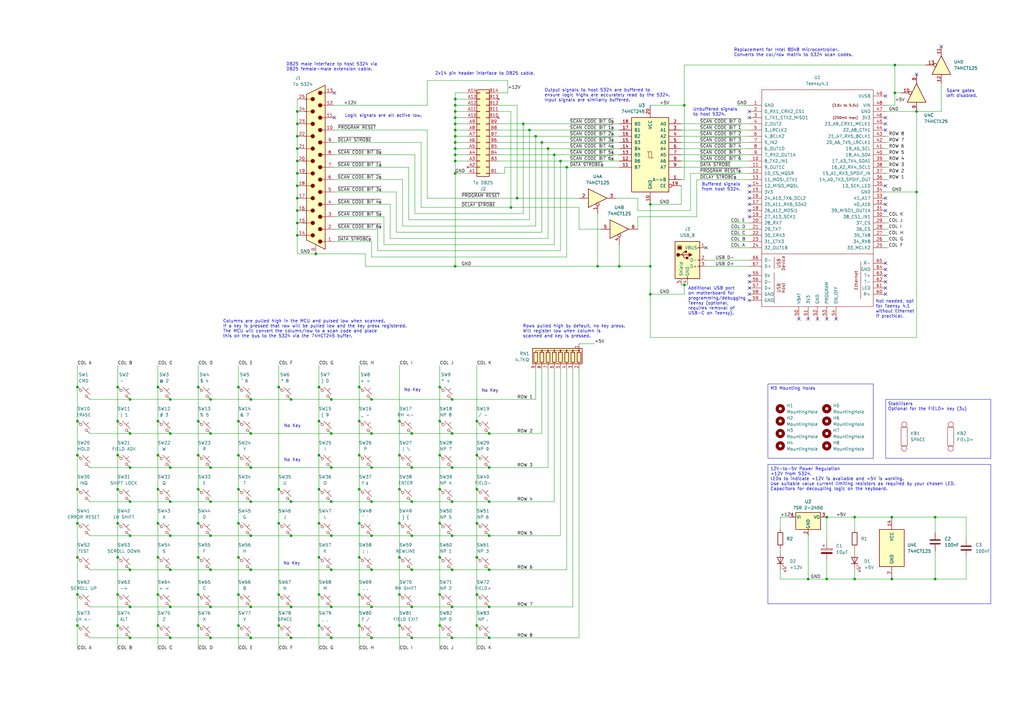
<source format=kicad_sch>
(kicad_sch (version 20250114) (generator "eeschema") (generator_version "9.0")
  (paper "A3")
  (title_block (title "IBM System/23 Datamaster Model 5324 Keyboard Replacement") (date "26/NOV/2025") (rev "A") (company "Brett Hallen") (comment 1 "www.youtube.com/@Brfff"))
  (text "Columns are pulled high in the MCU and pulsed low when scanned.\nIf a key is pressed that row will be pulled low and the key press registered.\nThe MCU will convert the column/row to a scan code and place \nthis on the bus to the 5324 via the 74HCT245 buffer." (at 91.44 134.874 0) (effects (font (size 1.27 1.27)) (justify left)))
  (text "Buffered signals\nfrom host 5324." (at 287.782 76.708 0) (effects (font (size 1.27 1.27)) (justify left)))
  (text "No Key" (at 119.888 174.752 0) (effects (font (size 1.27 1.27))))
  (text "Additional USB port \non motherboard for \nprogramming/debugging\nTeensy (optional, \nrequires removal of \nUSB-C on Teensy)." (at 282.194 123.444 0) (effects (font (size 1.27 1.27)) (justify left)))
  (text "Spare gates \nleft disabled." (at 394.462 38.354 0) (effects (font (size 1.27 1.27))))
  (text "Logic signals are all active low." (at 157.226 47.498 0) (effects (font (size 1.27 1.27))))
  (text "2x14 pin header interface to DB25 cable." (at 198.882 30.226 0) (effects (font (size 1.27 1.27))))
  (text "Replacement for Intel 8048 microcontroller.\nConverts the col/row matrix to 5324 scan codes." (at 300.99 21.59 0) (effects (font (size 1.27 1.27)) (justify left)))
  (text "No Key" (at 169.164 160.02 0) (effects (font (size 1.27 1.27))))
  (text "DB25 male interface to host 5324 via \nDB25 female-male extension cable." (at 117.348 27.432 0) (effects (font (size 1.27 1.27)) (justify left)))
  (text "Unbuffered signals\nto host 5324." (at 284.226 45.974 0) (effects (font (size 1.27 1.27)) (justify left)))
  (text "Output signals to host 5324 are buffered to\nensure logic highs are accurately read by the 5324.\nInput signals are similarly buffered." (at 223.266 39.116 0) (effects (font (size 1.27 1.27)) (justify left)))
  (text "No Key" (at 200.914 160.274 0) (effects (font (size 1.27 1.27))))
  (text "Rows pulled high by default, no key press.\nWill register low when column is\nscanned and key is pressed." (at 214.376 135.89 0) (effects (font (size 1.27 1.27)) (justify left)))
  (text "Not needed, opt\nfor Teensy 4.1 \nwithout Ethernet \nif practical." (at 359.156 126.746 0) (effects (font (size 1.27 1.27)) (justify left)))
  (text "No Key" (at 119.888 188.722 0) (effects (font (size 1.27 1.27))))
  (text "No Key" (at 119.634 231.14 0) (effects (font (size 1.27 1.27))))
  (text_box "M3 Mounting Holes" (at 314.96 157.48 0) (size 43.18 30.48) (margins 0.9525 0.9525 0.9525 0.9525) (effects (font (size 1.27 1.27)) (justify left top)))
  (text_box "Stabilisers\nOptional for the FIELD+ key (3u)" (at 363.22 163.83 0) (size 43.18 24.13) (margins 0.9525 0.9525 0.9525 0.9525) (effects (font (size 1.27 1.27)) (justify left top)))
  (text_box "12V-to-5V Power Regulation\n+12V from 5324.\nLEDs to indicate +12V is available and +5V is working.\nUse suitable value current limiting resistors as required by your chosen LED.\nCapacitors for decoupling logic on the keyboard." (at 314.96 190.5 0) (size 91.44 57.15) (margins 0.9525 0.9525 0.9525 0.9525) (effects (font (size 1.27 1.27)) (justify left top)))
  (junction (at 200.66 177.8))
  (junction (at 186.69 55.88))
  (junction (at 185.42 177.8))
  (junction (at 130.81 186.69))
  (junction (at 64.77 214.63))
  (junction (at 69.85 177.8))
  (junction (at 147.32 214.63))
  (junction (at 185.42 261.62))
  (junction (at 130.81 158.75))
  (junction (at 114.3 214.63))
  (junction (at 81.28 228.6))
  (junction (at 121.92 45.72))
  (junction (at 339.09 237.49))
  (junction (at 121.92 91.44))
  (junction (at 180.34 200.66))
  (junction (at 266.7 109.22))
  (junction (at 64.77 200.66))
  (junction (at 69.85 191.77))
  (junction (at 200.66 191.77))
  (junction (at 121.92 60.96))
  (junction (at 350.52 237.49))
  (junction (at 64.77 256.54))
  (junction (at 48.26 200.66))
  (junction (at 121.92 71.12))
  (junction (at 86.36 261.62))
  (junction (at 185.42 191.77))
  (junction (at 339.09 212.09))
  (junction (at 81.28 186.69))
  (junction (at 266.7 83.82))
  (junction (at 48.26 186.69))
  (junction (at 168.91 261.62))
  (junction (at 195.58 228.6))
  (junction (at 163.83 186.69))
  (junction (at 48.26 158.75))
  (junction (at 163.83 243.84))
  (junction (at 64.77 228.6))
  (junction (at 185.42 219.71))
  (junction (at 367.03 26.67))
  (junction (at 214.63 50.8))
  (junction (at 102.87 205.74))
  (junction (at 186.69 45.72))
  (junction (at 86.36 177.8))
  (junction (at 186.69 60.96))
  (junction (at 152.4 191.77))
  (junction (at 121.92 50.8))
  (junction (at 152.4 205.74))
  (junction (at 69.85 219.71))
  (junction (at 219.71 55.88))
  (junction (at 64.77 186.69))
  (junction (at 186.69 63.5))
  (junction (at 180.34 186.69))
  (junction (at 130.81 256.54))
  (junction (at 168.91 205.74))
  (junction (at 232.41 68.58))
  (junction (at 69.85 233.68))
  (junction (at 195.58 186.69))
  (junction (at 130.81 200.66))
  (junction (at 97.79 172.72))
  (junction (at 180.34 172.72))
  (junction (at 31.75 158.75))
  (junction (at 152.4 233.68))
  (junction (at 200.66 205.74))
  (junction (at 375.92 78.74))
  (junction (at 114.3 243.84))
  (junction (at 200.66 261.62))
  (junction (at 168.91 177.8))
  (junction (at 119.38 248.92))
  (junction (at 163.83 200.66))
  (junction (at 180.34 243.84))
  (junction (at 186.69 53.34))
  (junction (at 69.85 163.83))
  (junction (at 53.34 261.62))
  (junction (at 367.03 38.1))
  (junction (at 163.83 172.72))
  (junction (at 81.28 243.84))
  (junction (at 180.34 158.75))
  (junction (at 168.91 191.77))
  (junction (at 186.69 58.42))
  (junction (at 69.85 248.92))
  (junction (at 81.28 214.63))
  (junction (at 53.34 219.71))
  (junction (at 147.32 228.6))
  (junction (at 86.36 163.83))
  (junction (at 152.4 177.8))
  (junction (at 130.81 228.6))
  (junction (at 135.89 177.8))
  (junction (at 350.52 212.09))
  (junction (at 53.34 177.8))
  (junction (at 168.91 248.92))
  (junction (at 97.79 256.54))
  (junction (at 86.36 233.68))
  (junction (at 102.87 248.92))
  (junction (at 152.4 261.62))
  (junction (at 200.66 248.92))
  (junction (at 102.87 191.77))
  (junction (at 129.54 104.14))
  (junction (at 186.69 71.12))
  (junction (at 168.91 233.68))
  (junction (at 186.69 109.22))
  (junction (at 152.4 219.71))
  (junction (at 48.26 172.72))
  (junction (at 180.34 256.54))
  (junction (at 224.79 60.96))
  (junction (at 212.09 81.28))
  (junction (at 180.34 214.63))
  (junction (at 186.69 66.04))
  (junction (at 135.89 205.74))
  (junction (at 163.83 214.63))
  (junction (at 135.89 248.92))
  (junction (at 147.32 172.72))
  (junction (at 81.28 256.54))
  (junction (at 280.67 116.84))
  (junction (at 121.92 55.88))
  (junction (at 130.81 243.84))
  (junction (at 147.32 243.84))
  (junction (at 48.26 243.84))
  (junction (at 365.76 237.49))
  (junction (at 152.4 163.83))
  (junction (at 375.92 45.72))
  (junction (at 121.92 86.36))
  (junction (at 31.75 228.6))
  (junction (at 147.32 200.66))
  (junction (at 121.92 66.04))
  (junction (at 53.34 191.77))
  (junction (at 152.4 248.92))
  (junction (at 97.79 228.6))
  (junction (at 135.89 191.77))
  (junction (at 102.87 219.71))
  (junction (at 69.85 205.74))
  (junction (at 64.77 243.84))
  (junction (at 31.75 243.84))
  (junction (at 97.79 243.84))
  (junction (at 227.33 63.5))
  (junction (at 31.75 256.54))
  (junction (at 186.69 48.26))
  (junction (at 53.34 248.92))
  (junction (at 64.77 158.75))
  (junction (at 185.42 205.74))
  (junction (at 31.75 214.63))
  (junction (at 180.34 228.6))
  (junction (at 86.36 219.71))
  (junction (at 383.54 212.09))
  (junction (at 147.32 186.69))
  (junction (at 186.69 43.18))
  (junction (at 114.3 200.66))
  (junction (at 163.83 256.54))
  (junction (at 229.87 66.04))
  (junction (at 114.3 158.75))
  (junction (at 185.42 233.68))
  (junction (at 121.92 96.52))
  (junction (at 48.26 214.63))
  (junction (at 48.26 228.6))
  (junction (at 31.75 172.72))
  (junction (at 195.58 256.54))
  (junction (at 200.66 233.68))
  (junction (at 135.89 261.62))
  (junction (at 217.17 53.34))
  (junction (at 135.89 233.68))
  (junction (at 135.89 219.71))
  (junction (at 69.85 261.62))
  (junction (at 102.87 163.83))
  (junction (at 130.81 172.72))
  (junction (at 48.26 256.54))
  (junction (at 119.38 163.83))
  (junction (at 222.25 58.42))
  (junction (at 280.67 43.18))
  (junction (at 186.69 50.8))
  (junction (at 121.92 81.28))
  (junction (at 200.66 219.71))
  (junction (at 64.77 172.72))
  (junction (at 147.32 256.54))
  (junction (at 119.38 205.74))
  (junction (at 168.91 219.71))
  (junction (at 86.36 191.77))
  (junction (at 331.47 237.49))
  (junction (at 53.34 233.68))
  (junction (at 97.79 200.66))
  (junction (at 245.11 109.22))
  (junction (at 195.58 172.72))
  (junction (at 102.87 261.62))
  (junction (at 195.58 214.63))
  (junction (at 209.55 85.09))
  (junction (at 185.42 163.83))
  (junction (at 121.92 76.2))
  (junction (at 53.34 205.74))
  (junction (at 114.3 256.54))
  (junction (at 119.38 261.62))
  (junction (at 163.83 228.6))
  (junction (at 97.79 158.75))
  (junction (at 135.89 163.83))
  (junction (at 195.58 200.66))
  (junction (at 81.28 200.66))
  (junction (at 185.42 248.92))
  (junction (at 147.32 158.75))
  (junction (at 97.79 214.63))
  (junction (at 130.81 214.63))
  (junction (at 119.38 219.71))
  (junction (at 81.28 158.75))
  (junction (at 186.69 40.64))
  (junction (at 53.34 163.83))
  (junction (at 266.7 120.65))
  (junction (at 102.87 177.8))
  (junction (at 365.76 212.09))
  (junction (at 86.36 248.92))
  (junction (at 31.75 200.66))
  (junction (at 86.36 205.74))
  (junction (at 31.75 186.69))
  (junction (at 195.58 243.84))
  (junction (at 102.87 233.68))
  (junction (at 97.79 186.69))
  (junction (at 81.28 172.72))
  (junction (at 254 109.22))
  (junction (at 383.54 237.49))
  (no_connect (at 363.22 118.11))
  (no_connect (at 335.28 130.81))
  (no_connect (at 307.34 88.9))
  (no_connect (at 363.22 39.37))
  (no_connect (at 307.34 48.26))
  (no_connect (at 363.22 110.49))
  (no_connect (at 307.34 118.11))
  (no_connect (at 137.16 38.1))
  (no_connect (at 307.34 81.28))
  (no_connect (at 307.34 113.03))
  (no_connect (at 307.34 78.74))
  (no_connect (at 363.22 76.2))
  (no_connect (at 307.34 45.72))
  (no_connect (at 363.22 120.65))
  (no_connect (at 363.22 53.34))
  (no_connect (at 307.34 123.19))
  (no_connect (at 342.9 130.81))
  (no_connect (at 386.08 19.05))
  (no_connect (at 363.22 50.8))
  (no_connect (at 137.16 48.26))
  (no_connect (at 363.22 81.28))
  (no_connect (at 289.56 101.6))
  (no_connect (at 327.66 130.81))
  (no_connect (at 307.34 76.2))
  (no_connect (at 363.22 107.95))
  (no_connect (at 363.22 113.03))
  (no_connect (at 363.22 115.57))
  (no_connect (at 375.92 30.48))
  (no_connect (at 363.22 83.82))
  (no_connect (at 307.34 115.57))
  (no_connect (at 363.22 48.26))
  (no_connect (at 339.09 130.81))
  (no_connect (at 331.47 130.81))
  (no_connect (at 307.34 120.65))
  (no_connect (at 363.22 86.36))
  (no_connect (at 307.34 86.36))
  (no_connect (at 307.34 83.82))
  (wire (pts (xy 31.75 172.72) (xy 31.75 186.69)))
  (wire (pts (xy 97.79 172.72) (xy 97.79 186.69)))
  (wire (pts (xy 185.42 248.92) (xy 200.66 248.92)))
  (wire (pts (xy 280.67 116.84) (xy 280.67 120.65)))
  (wire (pts (xy 119.38 261.62) (xy 135.89 261.62)))
  (wire (pts (xy 175.26 81.28) (xy 175.26 53.34)))
  (wire (pts (xy 339.09 237.49) (xy 339.09 229.87)))
  (wire (pts (xy 69.85 191.77) (xy 86.36 191.77)))
  (wire (pts (xy 245.11 87.63) (xy 245.11 109.22)))
  (wire (pts (xy 97.79 243.84) (xy 97.79 256.54)))
  (wire (pts (xy 64.77 214.63) (xy 64.77 228.6)))
  (wire (pts (xy 69.85 233.68) (xy 86.36 233.68)))
  (wire (pts (xy 279.4 83.82) (xy 266.7 83.82)))
  (wire (pts (xy 48.26 149.86) (xy 48.26 158.75)))
  (wire (pts (xy 53.34 177.8) (xy 69.85 177.8)))
  (wire (pts (xy 160.02 97.79) (xy 224.79 97.79)))
  (wire (pts (xy 168.91 191.77) (xy 185.42 191.77)))
  (wire (pts (xy 53.34 205.74) (xy 69.85 205.74)))
  (wire (pts (xy 186.69 58.42) (xy 186.69 55.88)))
  (wire (pts (xy 31.75 228.6) (xy 31.75 243.84)))
  (wire (pts (xy 195.58 186.69) (xy 195.58 200.66)))
  (wire (pts (xy 396.24 237.49) (xy 396.24 228.6)))
  (wire (pts (xy 53.34 163.83) (xy 69.85 163.83)))
  (wire (pts (xy 170.18 87.63) (xy 214.63 87.63)))
  (wire (pts (xy 383.54 212.09) (xy 383.54 218.44)))
  (wire (pts (xy 152.4 105.41) (xy 232.41 105.41)))
  (wire (pts (xy 130.81 243.84) (xy 130.81 256.54)))
  (wire (pts (xy 102.87 233.68) (xy 135.89 233.68)))
  (wire (pts (xy 31.75 149.86) (xy 31.75 158.75)))
  (wire (pts (xy 69.85 219.71) (xy 86.36 219.71)))
  (wire (pts (xy 279.4 55.88) (xy 307.34 55.88)))
  (wire (pts (xy 152.4 177.8) (xy 168.91 177.8)))
  (wire (pts (xy 224.79 151.13) (xy 224.79 191.77)))
  (wire (pts (xy 302.26 43.18) (xy 307.34 43.18)))
  (wire (pts (xy 121.92 76.2) (xy 121.92 81.28)))
  (wire (pts (xy 279.4 58.42) (xy 307.34 58.42)))
  (wire (pts (xy 137.16 68.58) (xy 167.64 68.58)))
  (wire (pts (xy 280.67 26.67) (xy 280.67 43.18)))
  (wire (pts (xy 186.69 45.72) (xy 191.77 45.72)))
  (wire (pts (xy 186.69 71.12) (xy 186.69 109.22)))
  (wire (pts (xy 121.92 60.96) (xy 121.92 66.04)))
  (wire (pts (xy 31.75 214.63) (xy 31.75 228.6)))
  (wire (pts (xy 280.67 73.66) (xy 280.67 43.18)))
  (wire (pts (xy 64.77 243.84) (xy 64.77 256.54)))
  (wire (pts (xy 130.81 200.66) (xy 130.81 214.63)))
  (wire (pts (xy 204.47 53.34) (xy 217.17 53.34)))
  (wire (pts (xy 137.16 83.82) (xy 160.02 83.82)))
  (wire (pts (xy 280.67 116.84) (xy 281.94 116.84)))
  (wire (pts (xy 121.92 104.14) (xy 129.54 104.14)))
  (wire (pts (xy 222.25 95.25) (xy 222.25 58.42)))
  (wire (pts (xy 64.77 172.72) (xy 64.77 186.69)))
  (wire (pts (xy 383.54 212.09) (xy 396.24 212.09)))
  (wire (pts (xy 137.16 78.74) (xy 162.56 78.74)))
  (wire (pts (xy 185.42 205.74) (xy 200.66 205.74)))
  (wire (pts (xy 195.58 256.54) (xy 195.58 266.7)))
  (wire (pts (xy 339.09 212.09) (xy 350.52 212.09)))
  (wire (pts (xy 222.25 151.13) (xy 222.25 177.8)))
  (wire (pts (xy 130.81 149.86) (xy 130.81 158.75)))
  (wire (pts (xy 53.34 261.62) (xy 69.85 261.62)))
  (wire (pts (xy 86.36 163.83) (xy 102.87 163.83)))
  (wire (pts (xy 363.22 66.04) (xy 364.49 66.04)))
  (wire (pts (xy 363.22 63.5) (xy 364.49 63.5)))
  (wire (pts (xy 285.75 73.66) (xy 307.34 73.66)))
  (wire (pts (xy 121.92 91.44) (xy 121.92 96.52)))
  (wire (pts (xy 279.4 50.8) (xy 307.34 50.8)))
  (wire (pts (xy 363.22 45.72) (xy 375.92 45.72)))
  (wire (pts (xy 152.4 261.62) (xy 168.91 261.62)))
  (wire (pts (xy 165.1 73.66) (xy 165.1 92.71)))
  (wire (pts (xy 237.49 93.98) (xy 246.38 93.98)))
  (wire (pts (xy 186.69 58.42) (xy 191.77 58.42)))
  (wire (pts (xy 320.04 237.49) (xy 331.47 237.49)))
  (wire (pts (xy 320.04 233.68) (xy 320.04 237.49)))
  (wire (pts (xy 350.52 237.49) (xy 365.76 237.49)))
  (wire (pts (xy 234.95 151.13) (xy 234.95 248.92)))
  (wire (pts (xy 147.32 228.6) (xy 147.32 243.84)))
  (wire (pts (xy 299.72 101.6) (xy 307.34 101.6)))
  (wire (pts (xy 219.71 151.13) (xy 219.71 163.83)))
  (wire (pts (xy 208.28 33.02) (xy 208.28 38.1)))
  (wire (pts (xy 147.32 172.72) (xy 147.32 186.69)))
  (wire (pts (xy 163.83 243.84) (xy 163.83 256.54)))
  (wire (pts (xy 204.47 45.72) (xy 209.55 45.72)))
  (wire (pts (xy 163.83 149.86) (xy 163.83 172.72)))
  (wire (pts (xy 280.67 43.18) (xy 266.7 43.18)))
  (wire (pts (xy 157.48 100.33) (xy 227.33 100.33)))
  (wire (pts (xy 204.47 38.1) (xy 208.28 38.1)))
  (wire (pts (xy 31.75 186.69) (xy 31.75 200.66)))
  (wire (pts (xy 204.47 58.42) (xy 222.25 58.42)))
  (wire (pts (xy 320.04 217.17) (xy 320.04 212.09)))
  (wire (pts (xy 64.77 256.54) (xy 64.77 266.7)))
  (wire (pts (xy 217.17 90.17) (xy 217.17 53.34)))
  (wire (pts (xy 102.87 205.74) (xy 119.38 205.74)))
  (wire (pts (xy 168.91 177.8) (xy 185.42 177.8)))
  (wire (pts (xy 180.34 243.84) (xy 180.34 256.54)))
  (wire (pts (xy 135.89 233.68) (xy 152.4 233.68)))
  (wire (pts (xy 163.83 214.63) (xy 163.83 228.6)))
  (wire (pts (xy 102.87 191.77) (xy 135.89 191.77)))
  (wire (pts (xy 64.77 149.86) (xy 64.77 158.75)))
  (wire (pts (xy 130.81 256.54) (xy 130.81 266.7)))
  (wire (pts (xy 229.87 151.13) (xy 229.87 219.71)))
  (wire (pts (xy 363.22 68.58) (xy 364.49 68.58)))
  (wire (pts (xy 97.79 256.54) (xy 97.79 266.7)))
  (wire (pts (xy 86.36 261.62) (xy 102.87 261.62)))
  (wire (pts (xy 350.52 212.09) (xy 365.76 212.09)))
  (wire (pts (xy 279.4 60.96) (xy 307.34 60.96)))
  (wire (pts (xy 367.03 26.67) (xy 367.03 38.1)))
  (wire (pts (xy 232.41 68.58) (xy 254 68.58)))
  (wire (pts (xy 261.62 88.9) (xy 261.62 93.98)))
  (wire (pts (xy 137.16 43.18) (xy 175.26 43.18)))
  (wire (pts (xy 180.34 172.72) (xy 180.34 186.69)))
  (wire (pts (xy 152.4 233.68) (xy 168.91 233.68)))
  (wire (pts (xy 86.36 219.71) (xy 102.87 219.71)))
  (wire (pts (xy 186.69 40.64) (xy 191.77 40.64)))
  (wire (pts (xy 232.41 105.41) (xy 232.41 68.58)))
  (wire (pts (xy 283.21 86.36) (xy 283.21 71.12)))
  (wire (pts (xy 237.49 261.62) (xy 237.49 151.13)))
  (wire (pts (xy 186.69 43.18) (xy 186.69 40.64)))
  (wire (pts (xy 299.72 99.06) (xy 307.34 99.06)))
  (wire (pts (xy 31.75 200.66) (xy 31.75 214.63)))
  (wire (pts (xy 186.69 55.88) (xy 186.69 53.34)))
  (wire (pts (xy 36.83 219.71) (xy 53.34 219.71)))
  (wire (pts (xy 168.91 205.74) (xy 185.42 205.74)))
  (wire (pts (xy 121.92 81.28) (xy 121.92 86.36)))
  (wire (pts (xy 186.69 66.04) (xy 186.69 63.5)))
  (wire (pts (xy 53.34 248.92) (xy 69.85 248.92)))
  (wire (pts (xy 204.47 71.12) (xy 207.01 71.12)))
  (wire (pts (xy 186.69 109.22) (xy 245.11 109.22)))
  (wire (pts (xy 81.28 200.66) (xy 81.28 214.63)))
  (wire (pts (xy 114.3 200.66) (xy 114.3 214.63)))
  (wire (pts (xy 69.85 261.62) (xy 86.36 261.62)))
  (wire (pts (xy 367.03 26.67) (xy 280.67 26.67)))
  (wire (pts (xy 375.92 78.74) (xy 375.92 138.43)))
  (wire (pts (xy 363.22 88.9) (xy 364.49 88.9)))
  (wire (pts (xy 81.28 172.72) (xy 81.28 186.69)))
  (wire (pts (xy 266.7 109.22) (xy 266.7 83.82)))
  (wire (pts (xy 130.81 158.75) (xy 130.81 172.72)))
  (wire (pts (xy 162.56 78.74) (xy 162.56 95.25)))
  (wire (pts (xy 185.42 261.62) (xy 200.66 261.62)))
  (wire (pts (xy 299.72 96.52) (xy 307.34 96.52)))
  (wire (pts (xy 191.77 71.12) (xy 186.69 71.12)))
  (wire (pts (xy 130.81 172.72) (xy 130.81 186.69)))
  (wire (pts (xy 363.22 99.06) (xy 364.49 99.06)))
  (wire (pts (xy 195.58 200.66) (xy 195.58 214.63)))
  (wire (pts (xy 81.28 158.75) (xy 81.28 172.72)))
  (wire (pts (xy 130.81 214.63) (xy 130.81 228.6)))
  (wire (pts (xy 168.91 219.71) (xy 185.42 219.71)))
  (wire (pts (xy 81.28 149.86) (xy 81.28 158.75)))
  (wire (pts (xy 200.66 191.77) (xy 224.79 191.77)))
  (wire (pts (xy 81.28 214.63) (xy 81.28 228.6)))
  (wire (pts (xy 154.94 93.98) (xy 154.94 102.87)))
  (wire (pts (xy 53.34 233.68) (xy 69.85 233.68)))
  (wire (pts (xy 36.83 163.83) (xy 53.34 163.83)))
  (wire (pts (xy 204.47 55.88) (xy 219.71 55.88)))
  (wire (pts (xy 320.04 224.79) (xy 320.04 226.06)))
  (wire (pts (xy 97.79 200.66) (xy 97.79 214.63)))
  (wire (pts (xy 48.26 256.54) (xy 48.26 266.7)))
  (wire (pts (xy 254 109.22) (xy 266.7 109.22)))
  (wire (pts (xy 36.83 248.92) (xy 53.34 248.92)))
  (wire (pts (xy 53.34 191.77) (xy 69.85 191.77)))
  (wire (pts (xy 86.36 205.74) (xy 102.87 205.74)))
  (wire (pts (xy 168.91 233.68) (xy 185.42 233.68)))
  (wire (pts (xy 363.22 58.42) (xy 364.49 58.42)))
  (wire (pts (xy 69.85 177.8) (xy 86.36 177.8)))
  (wire (pts (xy 97.79 214.63) (xy 97.79 228.6)))
  (wire (pts (xy 227.33 151.13) (xy 227.33 205.74)))
  (wire (pts (xy 185.42 233.68) (xy 200.66 233.68)))
  (wire (pts (xy 180.34 214.63) (xy 180.34 228.6)))
  (wire (pts (xy 137.16 88.9) (xy 157.48 88.9)))
  (wire (pts (xy 396.24 212.09) (xy 396.24 220.98)))
  (wire (pts (xy 320.04 212.09) (xy 323.85 212.09)))
  (wire (pts (xy 185.42 163.83) (xy 219.71 163.83)))
  (wire (pts (xy 152.4 205.74) (xy 168.91 205.74)))
  (wire (pts (xy 48.26 243.84) (xy 48.26 256.54)))
  (wire (pts (xy 121.92 96.52) (xy 121.92 104.14)))
  (wire (pts (xy 147.32 186.69) (xy 147.32 200.66)))
  (wire (pts (xy 219.71 92.71) (xy 219.71 55.88)))
  (wire (pts (xy 299.72 91.44) (xy 307.34 91.44)))
  (wire (pts (xy 186.69 48.26) (xy 186.69 45.72)))
  (wire (pts (xy 64.77 228.6) (xy 64.77 243.84)))
  (wire (pts (xy 195.58 214.63) (xy 195.58 228.6)))
  (wire (pts (xy 350.52 237.49) (xy 350.52 233.68)))
  (wire (pts (xy 31.75 158.75) (xy 31.75 172.72)))
  (wire (pts (xy 154.94 102.87) (xy 229.87 102.87)))
  (wire (pts (xy 195.58 243.84) (xy 195.58 256.54)))
  (wire (pts (xy 363.22 101.6) (xy 364.49 101.6)))
  (wire (pts (xy 383.54 226.06) (xy 383.54 237.49)))
  (wire (pts (xy 135.89 191.77) (xy 152.4 191.77)))
  (wire (pts (xy 135.89 261.62) (xy 152.4 261.62)))
  (wire (pts (xy 350.52 224.79) (xy 350.52 226.06)))
  (wire (pts (xy 227.33 63.5) (xy 254 63.5)))
  (wire (pts (xy 130.81 186.69) (xy 130.81 200.66)))
  (wire (pts (xy 180.34 149.86) (xy 180.34 158.75)))
  (wire (pts (xy 367.03 43.18) (xy 367.03 38.1)))
  (wire (pts (xy 212.09 43.18) (xy 212.09 81.28)))
  (wire (pts (xy 36.83 191.77) (xy 53.34 191.77)))
  (wire (pts (xy 369.57 38.1) (xy 367.03 38.1)))
  (wire (pts (xy 232.41 151.13) (xy 232.41 233.68)))
  (wire (pts (xy 204.47 50.8) (xy 214.63 50.8)))
  (wire (pts (xy 167.64 90.17) (xy 217.17 90.17)))
  (wire (pts (xy 135.89 248.92) (xy 152.4 248.92)))
  (wire (pts (xy 86.36 233.68) (xy 102.87 233.68)))
  (wire (pts (xy 204.47 66.04) (xy 229.87 66.04)))
  (wire (pts (xy 86.36 248.92) (xy 102.87 248.92)))
  (wire (pts (xy 137.16 99.06) (xy 152.4 99.06)))
  (wire (pts (xy 279.4 63.5) (xy 307.34 63.5)))
  (wire (pts (xy 200.66 219.71) (xy 229.87 219.71)))
  (wire (pts (xy 137.16 58.42) (xy 172.72 58.42)))
  (wire (pts (xy 114.3 243.84) (xy 114.3 256.54)))
  (wire (pts (xy 48.26 158.75) (xy 48.26 172.72)))
  (wire (pts (xy 48.26 186.69) (xy 48.26 200.66)))
  (wire (pts (xy 186.69 60.96) (xy 186.69 58.42)))
  (wire (pts (xy 48.26 200.66) (xy 48.26 214.63)))
  (wire (pts (xy 135.89 205.74) (xy 152.4 205.74)))
  (wire (pts (xy 102.87 219.71) (xy 119.38 219.71)))
  (wire (pts (xy 121.92 71.12) (xy 121.92 76.2)))
  (wire (pts (xy 224.79 60.96) (xy 254 60.96)))
  (wire (pts (xy 152.4 248.92) (xy 168.91 248.92)))
  (wire (pts (xy 163.83 256.54) (xy 163.83 266.7)))
  (wire (pts (xy 102.87 177.8) (xy 135.89 177.8)))
  (wire (pts (xy 266.7 138.43) (xy 375.92 138.43)))
  (wire (pts (xy 121.92 40.64) (xy 121.92 45.72)))
  (wire (pts (xy 331.47 237.49) (xy 339.09 237.49)))
  (wire (pts (xy 363.22 93.98) (xy 364.49 93.98)))
  (wire (pts (xy 279.4 76.2) (xy 279.4 83.82)))
  (wire (pts (xy 185.42 191.77) (xy 200.66 191.77)))
  (wire (pts (xy 149.86 109.22) (xy 186.69 109.22)))
  (wire (pts (xy 212.09 81.28) (xy 237.49 81.28)))
  (wire (pts (xy 254 100.33) (xy 254 109.22)))
  (wire (pts (xy 339.09 237.49) (xy 350.52 237.49)))
  (wire (pts (xy 69.85 163.83) (xy 86.36 163.83)))
  (wire (pts (xy 209.55 85.09) (xy 237.49 85.09)))
  (wire (pts (xy 339.09 212.09) (xy 339.09 222.25)))
  (wire (pts (xy 119.38 248.92) (xy 135.89 248.92)))
  (wire (pts (xy 363.22 73.66) (xy 364.49 73.66)))
  (wire (pts (xy 237.49 140.97) (xy 243.84 140.97)))
  (wire (pts (xy 229.87 102.87) (xy 229.87 66.04)))
  (wire (pts (xy 147.32 200.66) (xy 147.32 214.63)))
  (wire (pts (xy 121.92 45.72) (xy 121.92 50.8)))
  (wire (pts (xy 172.72 85.09) (xy 172.72 58.42)))
  (wire (pts (xy 195.58 149.86) (xy 195.58 172.72)))
  (wire (pts (xy 36.83 177.8) (xy 53.34 177.8)))
  (wire (pts (xy 186.69 48.26) (xy 191.77 48.26)))
  (wire (pts (xy 167.64 68.58) (xy 167.64 90.17)))
  (wire (pts (xy 200.66 261.62) (xy 237.49 261.62)))
  (wire (pts (xy 102.87 248.92) (xy 119.38 248.92)))
  (wire (pts (xy 200.66 233.68) (xy 232.41 233.68)))
  (wire (pts (xy 283.21 86.36) (xy 261.62 86.36)))
  (wire (pts (xy 279.4 73.66) (xy 280.67 73.66)))
  (wire (pts (xy 363.22 78.74) (xy 375.92 78.74)))
  (wire (pts (xy 180.34 256.54) (xy 180.34 266.7)))
  (wire (pts (xy 279.4 116.84) (xy 280.67 116.84)))
  (wire (pts (xy 36.83 261.62) (xy 53.34 261.62)))
  (wire (pts (xy 186.69 53.34) (xy 191.77 53.34)))
  (wire (pts (xy 36.83 205.74) (xy 53.34 205.74)))
  (wire (pts (xy 119.38 205.74) (xy 135.89 205.74)))
  (wire (pts (xy 212.09 81.28) (xy 175.26 81.28)))
  (wire (pts (xy 135.89 219.71) (xy 152.4 219.71)))
  (wire (pts (xy 162.56 95.25) (xy 222.25 95.25)))
  (wire (pts (xy 186.69 63.5) (xy 186.69 60.96)))
  (wire (pts (xy 285.75 88.9) (xy 285.75 73.66)))
  (wire (pts (xy 114.3 158.75) (xy 114.3 200.66)))
  (wire (pts (xy 200.66 177.8) (xy 222.25 177.8)))
  (wire (pts (xy 130.81 228.6) (xy 130.81 243.84)))
  (wire (pts (xy 186.69 50.8) (xy 186.69 48.26)))
  (wire (pts (xy 350.52 212.09) (xy 350.52 217.17)))
  (wire (pts (xy 81.28 186.69) (xy 81.28 200.66)))
  (wire (pts (xy 186.69 45.72) (xy 186.69 43.18)))
  (wire (pts (xy 383.54 237.49) (xy 396.24 237.49)))
  (wire (pts (xy 363.22 55.88) (xy 364.49 55.88)))
  (wire (pts (xy 147.32 214.63) (xy 147.32 228.6)))
  (wire (pts (xy 363.22 71.12) (xy 364.49 71.12)))
  (wire (pts (xy 152.4 163.83) (xy 185.42 163.83)))
  (wire (pts (xy 207.01 71.12) (xy 207.01 68.58)))
  (wire (pts (xy 266.7 120.65) (xy 266.7 138.43)))
  (wire (pts (xy 209.55 45.72) (xy 209.55 85.09)))
  (wire (pts (xy 64.77 200.66) (xy 64.77 214.63)))
  (wire (pts (xy 204.47 60.96) (xy 224.79 60.96)))
  (wire (pts (xy 157.48 88.9) (xy 157.48 100.33)))
  (wire (pts (xy 266.7 109.22) (xy 266.7 120.65)))
  (wire (pts (xy 299.72 93.98) (xy 307.34 93.98)))
  (wire (pts (xy 152.4 191.77) (xy 168.91 191.77)))
  (wire (pts (xy 261.62 81.28) (xy 252.73 81.28)))
  (wire (pts (xy 204.47 63.5) (xy 227.33 63.5)))
  (wire (pts (xy 48.26 228.6) (xy 48.26 243.84)))
  (wire (pts (xy 119.38 219.71) (xy 135.89 219.71)))
  (wire (pts (xy 186.69 50.8) (xy 191.77 50.8)))
  (wire (pts (xy 186.69 53.34) (xy 186.69 50.8)))
  (wire (pts (xy 207.01 68.58) (xy 232.41 68.58)))
  (wire (pts (xy 147.32 149.86) (xy 147.32 158.75)))
  (wire (pts (xy 102.87 163.83) (xy 119.38 163.83)))
  (wire (pts (xy 121.92 55.88) (xy 121.92 60.96)))
  (wire (pts (xy 180.34 228.6) (xy 180.34 243.84)))
  (wire (pts (xy 363.22 43.18) (xy 367.03 43.18)))
  (wire (pts (xy 185.42 177.8) (xy 200.66 177.8)))
  (wire (pts (xy 137.16 73.66) (xy 165.1 73.66)))
  (wire (pts (xy 147.32 256.54) (xy 147.32 266.7)))
  (wire (pts (xy 53.34 219.71) (xy 69.85 219.71)))
  (wire (pts (xy 375.92 45.72) (xy 375.92 78.74)))
  (wire (pts (xy 261.62 86.36) (xy 261.62 81.28)))
  (wire (pts (xy 180.34 186.69) (xy 180.34 200.66)))
  (wire (pts (xy 279.4 53.34) (xy 307.34 53.34)))
  (wire (pts (xy 367.03 26.67) (xy 379.73 26.67)))
  (wire (pts (xy 163.83 228.6) (xy 163.83 243.84)))
  (wire (pts (xy 149.86 104.14) (xy 149.86 109.22)))
  (wire (pts (xy 180.34 200.66) (xy 180.34 214.63)))
  (wire (pts (xy 195.58 172.72) (xy 195.58 186.69)))
  (wire (pts (xy 170.18 63.5) (xy 170.18 87.63)))
  (wire (pts (xy 217.17 53.34) (xy 254 53.34)))
  (wire (pts (xy 175.26 43.18) (xy 175.26 33.02)))
  (wire (pts (xy 289.56 109.22) (xy 307.34 109.22)))
  (wire (pts (xy 135.89 163.83) (xy 152.4 163.83)))
  (wire (pts (xy 69.85 205.74) (xy 86.36 205.74)))
  (wire (pts (xy 245.11 109.22) (xy 254 109.22)))
  (wire (pts (xy 237.49 85.09) (xy 237.49 93.98)))
  (wire (pts (xy 214.63 50.8) (xy 254 50.8)))
  (wire (pts (xy 163.83 172.72) (xy 163.83 186.69)))
  (wire (pts (xy 180.34 158.75) (xy 180.34 172.72)))
  (wire (pts (xy 229.87 66.04) (xy 254 66.04)))
  (wire (pts (xy 163.83 200.66) (xy 163.83 214.63)))
  (wire (pts (xy 363.22 91.44) (xy 364.49 91.44)))
  (wire (pts (xy 36.83 233.68) (xy 53.34 233.68)))
  (wire (pts (xy 48.26 214.63) (xy 48.26 228.6)))
  (wire (pts (xy 114.3 256.54) (xy 114.3 266.7)))
  (wire (pts (xy 160.02 83.82) (xy 160.02 97.79)))
  (wire (pts (xy 214.63 87.63) (xy 214.63 50.8)))
  (wire (pts (xy 365.76 237.49) (xy 383.54 237.49)))
  (wire (pts (xy 200.66 205.74) (xy 227.33 205.74)))
  (wire (pts (xy 86.36 191.77) (xy 102.87 191.77)))
  (wire (pts (xy 204.47 43.18) (xy 212.09 43.18)))
  (wire (pts (xy 261.62 88.9) (xy 285.75 88.9)))
  (wire (pts (xy 168.91 261.62) (xy 185.42 261.62)))
  (wire (pts (xy 163.83 186.69) (xy 163.83 200.66)))
  (wire (pts (xy 64.77 186.69) (xy 64.77 200.66)))
  (wire (pts (xy 280.67 120.65) (xy 266.7 120.65)))
  (wire (pts (xy 137.16 63.5) (xy 170.18 63.5)))
  (wire (pts (xy 283.21 71.12) (xy 307.34 71.12)))
  (wire (pts (xy 81.28 256.54) (xy 81.28 266.7)))
  (wire (pts (xy 137.16 53.34) (xy 175.26 53.34)))
  (wire (pts (xy 48.26 172.72) (xy 48.26 186.69)))
  (wire (pts (xy 365.76 212.09) (xy 383.54 212.09)))
  (wire (pts (xy 186.69 66.04) (xy 191.77 66.04)))
  (wire (pts (xy 279.4 66.04) (xy 307.34 66.04)))
  (wire (pts (xy 186.69 55.88) (xy 191.77 55.88)))
  (wire (pts (xy 135.89 177.8) (xy 152.4 177.8)))
  (wire (pts (xy 152.4 219.71) (xy 168.91 219.71)))
  (wire (pts (xy 121.92 66.04) (xy 121.92 71.12)))
  (wire (pts (xy 31.75 243.84) (xy 31.75 256.54)))
  (wire (pts (xy 69.85 248.92) (xy 86.36 248.92)))
  (wire (pts (xy 363.22 60.96) (xy 364.49 60.96)))
  (wire (pts (xy 97.79 149.86) (xy 97.79 158.75)))
  (wire (pts (xy 289.56 106.68) (xy 307.34 106.68)))
  (wire (pts (xy 375.92 45.72) (xy 386.08 45.72)))
  (wire (pts (xy 222.25 58.42) (xy 254 58.42)))
  (wire (pts (xy 114.3 149.86) (xy 114.3 158.75)))
  (wire (pts (xy 81.28 243.84) (xy 81.28 256.54)))
  (wire (pts (xy 200.66 248.92) (xy 234.95 248.92)))
  (wire (pts (xy 209.55 85.09) (xy 172.72 85.09)))
  (wire (pts (xy 31.75 256.54) (xy 31.75 266.7)))
  (wire (pts (xy 102.87 261.62) (xy 119.38 261.62)))
  (wire (pts (xy 185.42 219.71) (xy 200.66 219.71)))
  (wire (pts (xy 331.47 219.71) (xy 331.47 237.49)))
  (wire (pts (xy 279.4 68.58) (xy 307.34 68.58)))
  (wire (pts (xy 81.28 228.6) (xy 81.28 243.84)))
  (wire (pts (xy 363.22 96.52) (xy 364.49 96.52)))
  (wire (pts (xy 386.08 45.72) (xy 386.08 34.29)))
  (wire (pts (xy 186.69 38.1) (xy 191.77 38.1)))
  (wire (pts (xy 147.32 243.84) (xy 147.32 256.54)))
  (wire (pts (xy 119.38 163.83) (xy 135.89 163.83)))
  (wire (pts (xy 64.77 158.75) (xy 64.77 172.72)))
  (wire (pts (xy 97.79 186.69) (xy 97.79 200.66)))
  (wire (pts (xy 224.79 97.79) (xy 224.79 60.96)))
  (wire (pts (xy 97.79 228.6) (xy 97.79 243.84)))
  (wire (pts (xy 121.92 86.36) (xy 121.92 91.44)))
  (wire (pts (xy 165.1 92.71) (xy 219.71 92.71)))
  (wire (pts (xy 147.32 158.75) (xy 147.32 172.72)))
  (wire (pts (xy 86.36 177.8) (xy 102.87 177.8)))
  (wire (pts (xy 129.54 104.14) (xy 149.86 104.14)))
  (wire (pts (xy 186.69 63.5) (xy 191.77 63.5)))
  (wire (pts (xy 175.26 33.02) (xy 208.28 33.02)))
  (wire (pts (xy 152.4 99.06) (xy 152.4 105.41)))
  (wire (pts (xy 186.69 43.18) (xy 191.77 43.18)))
  (wire (pts (xy 97.79 158.75) (xy 97.79 172.72)))
  (wire (pts (xy 186.69 60.96) (xy 191.77 60.96)))
  (wire (pts (xy 168.91 248.92) (xy 185.42 248.92)))
  (wire (pts (xy 195.58 228.6) (xy 195.58 243.84)))
  (wire (pts (xy 186.69 38.1) (xy 186.69 40.64)))
  (wire (pts (xy 137.16 93.98) (xy 154.94 93.98)))
  (wire (pts (xy 219.71 55.88) (xy 254 55.88)))
  (wire (pts (xy 186.69 71.12) (xy 186.69 66.04)))
  (wire (pts (xy 114.3 214.63) (xy 114.3 243.84)))
  (wire (pts (xy 121.92 50.8) (xy 121.92 55.88)))
  (wire (pts (xy 227.33 100.33) (xy 227.33 63.5)))
  (label "~{DELAY STROBE_{B}}" (at 287.02 73.66 0))
  (label "COL E" (at 97.79 266.7 0))
  (label "+5V" (at 270.51 43.18 0))
  (label "~{SCAN CODE BIT 4_{B}}" (at 138.43 83.82 0))
  (label "ROW 8" (at 364.49 55.88 0))
  (label "USB D-" (at 293.37 106.68 0))
  (label "~{SCAN CODE BIT 4_{B}}" (at 233.68 60.96 0))
  (label "COL I" (at 163.83 266.7 0))
  (label "~{SCAN CODE BIT 6_{B}}" (at 233.68 66.04 0))
  (label "GND" (at 123.19 104.14 0))
  (label "~{SCAN CODE BIT 2_{B}}" (at 233.68 55.88 0))
  (label "GND" (at 364.49 45.72 0))
  (label "COL D" (at 81.28 266.7 0))
  (label "~{SCAN CODE BIT 3_{B}}" (at 233.68 58.42 0))
  (label "~{DATA STROBE_{B}}" (at 138.43 99.06 0))
  (label "COL C" (at 64.77 266.7 0))
  (label "GND" (at 365.76 78.74 0))
  (label "~{SCAN CODE BIT 2}" (at 287.02 55.88 0))
  (label "~{SCAN CODE BIT 1}" (at 287.02 53.34 0))
  (label "+5V" (at 342.9 212.09 0))
  (label "GND" (at 336.55 237.49 180))
  (label "~{SCAN CODE BIT 3}" (at 287.02 58.42 0))
  (label "~{SCAN CODE BIT 4}" (at 287.02 60.96 0))
  (label "COL B" (at 48.26 266.7 0))
  (label "GND" (at 186.69 71.12 0))
  (label "COL I" (at 364.49 93.98 0))
  (label "COL H" (at 364.49 96.52 0))
  (label "COL G" (at 364.49 99.06 0))
  (label "COL K" (at 364.49 88.9 0))
  (label "COL J" (at 364.49 91.44 0))
  (label "COL F" (at 364.49 101.6 0))
  (label "~{DATA STROBE_{B}}" (at 233.68 68.58 0))
  (label "ROW 6" (at 364.49 60.96 0))
  (label "ROW 7" (at 364.49 58.42 0))
  (label "ROW 1" (at 364.49 73.66 0))
  (label "ROW 5" (at 364.49 63.5 0))
  (label "ROW 3" (at 364.49 68.58 0))
  (label "ROW 2" (at 364.49 71.12 0))
  (label "ROW 4" (at 364.49 66.04 0))
  (label "~{SCAN CODE BIT 0_{B}}" (at 138.43 63.5 0))
  (label "~{SCAN CODE BIT 5_{B}}" (at 233.68 63.5 0))
  (label "COL G" (at 130.81 266.7 0))
  (label "COL J" (at 180.34 266.7 0))
  (label "COL E" (at 299.72 91.44 0))
  (label "COL A" (at 299.72 101.6 0))
  (label "COL D" (at 299.72 93.98 0))
  (label "COL C" (at 299.72 96.52 0))
  (label "COL B" (at 299.72 99.06 0))
  (label "~{DATA STROBE}" (at 287.02 68.58 0))
  (label "+12V" (at 208.28 36.83 0))
  (label "~{SCAN CODE BIT 3_{B}}" (at 138.43 78.74 0))
  (label "~{DELAY STROBE}" (at 138.43 58.42 0))
  (label "~{SCAN CODE BIT 1_{B}}" (at 233.68 53.34 0))
  (label "~{PROGRAM RESET_{B}}" (at 287.02 71.12 0))
  (label "~{PROGRAM RESET}" (at 189.23 81.28 0))
  (label "~{SCAN CODE BIT 0_{B}}" (at 233.68 50.8 0))
  (label "ROW 2" (at 212.09 177.8 0))
  (label "ROW 1" (at 212.09 163.83 0))
  (label "GND" (at 270.51 83.82 0))
  (label "+5V" (at 243.84 140.97 0))
  (label "USB D+" (at 293.37 109.22 0))
  (label "GND" (at 189.23 109.22 0))
  (label "COL K" (at 195.58 266.7 0))
  (label "~{SCAN CODE BIT 0}" (at 287.02 50.8 0))
  (label "GND" (at 270.51 120.65 0))
  (label "+12V" (at 320.04 212.09 0))
  (label "~{SCAN CODE BIT 6_{B}}" (at 138.43 93.98 0))
  (label "~{SCAN CODE BIT 5}" (at 287.02 63.5 0))
  (label "COL F" (at 114.3 266.7 0))
  (label "~{SCAN CODE BIT 6}" (at 287.02 66.04 0))
  (label "GND" (at 302.26 43.18 0))
  (label "~{PROGRAM RESET}" (at 138.43 53.34 0))
  (label "+5V" (at 367.03 41.91 0))
  (label "~{SCAN CODE BIT 2_{B}}" (at 138.43 73.66 0))
  (label "COL H" (at 147.32 266.7 0))
  (label "COL A" (at 31.75 266.7 0))
  (label "COL E" (at 97.79 149.86 0))
  (label "COL F" (at 114.3 149.86 0))
  (label "COL G" (at 130.81 149.86 0))
  (label "COL H" (at 147.32 149.86 0))
  (label "COL I" (at 163.83 149.86 0))
  (label "COL J" (at 180.34 149.86 0))
  (label "COL K" (at 195.58 149.86 0))
  (label "COL C" (at 64.77 149.86 0))
  (label "COL D" (at 81.28 149.86 0))
  (label "COL B" (at 48.26 149.86 0))
  (label "COL A" (at 31.75 149.86 0))
  (label "ROW 5" (at 212.09 219.71 0))
  (label "ROW 8" (at 212.09 261.62 0))
  (label "ROW 7" (at 212.09 248.92 0))
  (label "ROW 6" (at 212.09 233.68 0))
  (label "ROW 3" (at 212.09 191.77 0))
  (label "ROW 4" (at 212.09 205.74 0))
  (label "~{SCAN CODE BIT 1_{B}}" (at 138.43 68.58 0))
  (label "~{DELAY STROBE}" (at 189.23 85.09 0))
  (label "~{SCAN CODE BIT 5_{B}}" (at 138.43 88.9 0))
  (label "+12V" (at 140.97 43.18 0))
  (symbol (lib_id "Device:R") (at 320.04 220.98 0) (unit 1)
    (property "Reference" "R2" (at 322.58 220.9799 0) (effects (justify left)))
    (property "Value" "R" (effects (hide yes)))
    (property "Footprint" "Resistor_THT:R_Axial_DIN0207_L6.3mm_D2.5mm_P7.62mm_Horizontal" (effects (hide yes)))
    (property "Description" "Resistor" (effects (hide yes)))
  )
  (symbol (lib_id "Device:R") (at 350.52 220.98 0) (unit 1)
    (property "Reference" "R1" (at 353.06 220.9799 0) (effects (justify left)))
    (property "Value" "R" (effects (hide yes)))
    (property "Footprint" "Resistor_THT:R_Axial_DIN0207_L6.3mm_D2.5mm_P7.62mm_Horizontal" (effects (hide yes)))
    (property "Description" "Resistor" (effects (hide yes)))
  )
  (symbol (lib_id "Switch:SW_Push_45deg") (at 83.82 231.14 0) (unit 1)
    (property "Reference" "SW55" (at 83.82 223.52 0))
    (property "Value" "F" (at 83.82 226.06 0))
    (property "Footprint" "PCM_Switch_Keyboard_Cherry_MX:SW_Cherry_MX_PCB" (effects (hide yes)))
    (property "Description" "Push button switch, normally open, two pins, 45° tilted" (effects (hide yes)))
  )
  (symbol (lib_id "Switch:SW_Push_45deg") (at 50.8 175.26 0) (unit 1)
    (property "Reference" "SW11" (at 50.8 167.64 0))
    (property "Value" "| 1" (at 50.8 170.18 0))
    (property "Footprint" "PCM_Switch_Keyboard_Cherry_MX:SW_Cherry_MX_PCB" (effects (hide yes)))
    (property "Description" "Push button switch, normally open, two pins, 45° tilted" (effects (hide yes)))
  )
  (symbol (lib_id "Switch:SW_Push_45deg") (at 182.88 161.29 0) (unit 1)
    (property "Reference" "SW9" (at 182.88 153.67 0))
    (property "Value" "* +" (at 182.88 156.21 0))
    (property "Footprint" "PCM_Switch_Keyboard_Cherry_MX:SW_Cherry_MX_PCB_1.75u" (effects (hide yes)))
    (property "Description" "Push button switch, normally open, two pins, 45° tilted" (effects (hide yes)))
  )
  (symbol (lib_id "Switch:SW_Push_45deg") (at 198.12 259.08 0) (unit 1)
    (property "Reference" "SW83" (at 198.12 251.46 0))
    (property "Value" "NP ." (at 198.12 254 0))
    (property "Footprint" "PCM_Switch_Keyboard_Cherry_MX:SW_Cherry_MX_PCB_2.00u" (effects (hide yes)))
    (property "Description" "Push button switch, normally open, two pins, 45° tilted" (effects (hide yes)))
  )
  (symbol (lib_id "Switch:SW_Push_45deg") (at 34.29 217.17 0) (unit 1)
    (property "Reference" "SW41" (at 34.29 209.55 0))
    (property "Value" "ERROR RESET" (at 34.29 212.09 0))
    (property "Footprint" "PCM_Switch_Keyboard_Cherry_MX:SW_Cherry_MX_PCB" (effects (hide yes)))
    (property "Description" "Push button switch, normally open, two pins, 45° tilted" (effects (hide yes)))
  )
  (symbol (lib_id "Switch:SW_Push_45deg") (at 50.8 231.14 0) (unit 1)
    (property "Reference" "SW53" (at 50.8 223.52 0))
    (property "Value" "SCROLL DOWN" (at 50.8 226.06 0))
    (property "Footprint" "PCM_Switch_Keyboard_Cherry_MX:SW_Cherry_MX_PCB" (effects (hide yes)))
    (property "Description" "Push button switch, normally open, two pins, 45° tilted" (effects (hide yes)))
  )
  (symbol (lib_id "Mechanical:MountingHole") (at 339.09 182.88 0) (unit 1) (in_bom no)
    (property "Reference" "H8" (at 341.63 181.6099 0) (effects (justify left)))
    (property "Value" "MountingHole" (at 341.63 184.1499 0) (effects (justify left)))
    (property "Footprint" "MountingHole:MountingHole_3.2mm_M3" (effects (hide yes)))
    (property "Description" "Mounting Hole without connection" (effects (hide yes)))
  )
  (symbol (lib_id "Switch:SW_Push_45deg") (at 182.88 259.08 0) (unit 1)
    (property "Reference" "SW82" (at 182.88 251.46 0))
    (property "Value" "NP 0" (at 182.88 254 0))
    (property "Footprint" "PCM_Switch_Keyboard_Cherry_MX:SW_Cherry_MX_PCB_2.00u" (effects (hide yes)))
    (property "Description" "Push button switch, normally open, two pins, 45° tilted" (effects (hide yes)))
  )
  (symbol (lib_id "Switch:SW_Push_45deg") (at 149.86 259.08 0) (unit 1)
    (property "Reference" "SW80" (at 149.86 251.46 0))
    (property "Value" "? /" (at 149.86 254 0))
    (property "Footprint" "PCM_Switch_Keyboard_Cherry_MX:SW_Cherry_MX_PCB" (effects (hide yes)))
    (property "Description" "Push button switch, normally open, two pins, 45° tilted" (effects (hide yes)))
  )
  (symbol (lib_id "Switch:SW_Push_45deg") (at 116.84 161.29 0) (unit 1)
    (property "Reference" "SW6" (at 116.84 153.67 0))
    (property "Value" "* 8" (at 116.84 156.21 0))
    (property "Footprint" "PCM_Switch_Keyboard_Cherry_MX:SW_Cherry_MX_PCB" (effects (hide yes)))
    (property "Description" "Push button switch, normally open, two pins, 45° tilted" (effects (hide yes)))
  )
  (symbol (lib_id "Switch:SW_Push_45deg") (at 83.82 189.23 0) (unit 1)
    (property "Reference" "SW23" (at 83.82 181.61 0))
    (property "Value" "R" (at 83.82 184.15 0))
    (property "Footprint" "PCM_Switch_Keyboard_Cherry_MX:SW_Cherry_MX_PCB" (effects (hide yes)))
    (property "Description" "Push button switch, normally open, two pins, 45° tilted" (effects (hide yes)))
  )
  (symbol (lib_id "Switch:SW_Push_45deg") (at 198.12 246.38 0) (unit 1)
    (property "Reference" "SW72" (at 198.12 238.76 0))
    (property "Value" "FIELD+" (at 198.12 241.3 0))
    (property "Footprint" "PCM_Switch_Keyboard_Cherry_MX:SW_Cherry_MX_PCB_3.00u_90deg" (effects (hide yes)))
    (property "Description" "Push button switch, normally open, two pins, 45° tilted" (effects (hide yes)))
  )
  (symbol (lib_id "Switch:SW_Push_45deg") (at 100.33 259.08 0) (unit 1)
    (property "Reference" "SW77" (at 100.33 251.46 0))
    (property "Value" "V" (at 100.33 254 0))
    (property "Footprint" "PCM_Switch_Keyboard_Cherry_MX:SW_Cherry_MX_PCB" (effects (hide yes)))
    (property "Description" "Push button switch, normally open, two pins, 45° tilted" (effects (hide yes)))
  )
  (symbol (lib_id "Clueless_Engineer:Stabiliser") (at 391.16 177.8 0) (unit 1)
    (property "Reference" "KB2" (at 392.43 177.7643 0) (effects (justify left)))
    (property "Value" "FIELD+" (at 392.43 180.3043 0) (effects (justify left)))
    (property "Footprint" "PCM_Mounting_Keyboard_Stabilizer:Stabilizer_Cherry_MX_3.00u" (effects (hide yes)))
  )
  (symbol (lib_id "Switch:SW_Push_45deg") (at 50.8 189.23 0) (unit 1)
    (property "Reference" "SW21" (at 50.8 181.61 0))
    (property "Value" "FIELD ADV" (at 50.8 184.15 0))
    (property "Footprint" "PCM_Switch_Keyboard_Cherry_MX:SW_Cherry_MX_PCB_1.50u" (effects (hide yes)))
    (property "Description" "Push button switch, normally open, two pins, 45° tilted" (effects (hide yes)))
  )
  (symbol (lib_id "Switch:SW_Push_45deg") (at 198.12 217.17 0) (unit 1)
    (property "Reference" "SW51" (at 198.12 209.55 0))
    (property "Value" "NP 6" (at 198.12 212.09 0))
    (property "Footprint" "PCM_Switch_Keyboard_Cherry_MX:SW_Cherry_MX_PCB" (effects (hide yes)))
    (property "Description" "Push button switch, normally open, two pins, 45° tilted" (effects (hide yes)))
  )
  (symbol (lib_id "Switch:SW_Push_45deg") (at 50.8 203.2 0) (unit 1)
    (property "Reference" "SW31" (at 50.8 195.58 0))
    (property "Value" "SHIFT LOCK" (at 50.8 198.12 0))
    (property "Footprint" "PCM_Switch_Keyboard_Cherry_MX:SW_Cherry_MX_PCB_1.75u" (effects (hide yes)))
    (property "Description" "Push button switch, normally open, two pins, 45° tilted" (effects (hide yes)))
  )
  (symbol (lib_id "Switch:SW_Push_45deg") (at 83.82 259.08 0) (unit 1)
    (property "Reference" "SW76" (at 83.82 251.46 0))
    (property "Value" "X" (at 83.82 254 0))
    (property "Footprint" "PCM_Switch_Keyboard_Cherry_MX:SW_Cherry_MX_PCB" (effects (hide yes)))
    (property "Description" "Push button switch, normally open, two pins, 45° tilted" (effects (hide yes)))
  )
  (symbol (lib_id "Connector:USB_B") (at 281.94 106.68 0) (unit 1)
    (property "Reference" "J3" (at 281.94 93.98 0))
    (property "Value" "USB_B" (at 281.94 96.52 0))
    (property "Footprint" "Connector_USB:USB_B_Lumberg_2411_02_Horizontal" (effects (hide yes)))
    (property "Description" "USB Type B connector" (effects (hide yes)))
  )
  (symbol (lib_id "Switch:SW_Push_45deg") (at 182.88 217.17 0) (unit 1)
    (property "Reference" "SW50" (at 182.88 209.55 0))
    (property "Value" "NP 5" (at 182.88 212.09 0))
    (property "Footprint" "PCM_Switch_Keyboard_Cherry_MX:SW_Cherry_MX_PCB" (effects (hide yes)))
    (property "Description" "Push button switch, normally open, two pins, 45° tilted" (effects (hide yes)))
  )
  (symbol (lib_id "Switch:SW_Push_45deg") (at 133.35 217.17 0) (unit 1)
    (property "Reference" "SW47" (at 133.35 209.55 0))
    (property "Value" "L" (at 133.35 212.09 0))
    (property "Footprint" "PCM_Switch_Keyboard_Cherry_MX:SW_Cherry_MX_PCB" (effects (hide yes)))
    (property "Description" "Push button switch, normally open, two pins, 45° tilted" (effects (hide yes)))
  )
  (symbol (lib_id "Switch:SW_Push_45deg") (at 67.31 259.08 0) (unit 1)
    (property "Reference" "SW75" (at 67.31 251.46 0))
    (property "Value" "Z" (at 67.31 254 0))
    (property "Footprint" "PCM_Switch_Keyboard_Cherry_MX:SW_Cherry_MX_PCB" (effects (hide yes)))
    (property "Description" "Push button switch, normally open, two pins, 45° tilted" (effects (hide yes)))
  )
  (symbol (lib_id "Switch:SW_Push_45deg") (at 166.37 246.38 0) (unit 1)
    (property "Reference" "SW70" (at 166.37 238.76 0))
    (property "Value" "RH SHIFT" (at 166.37 241.3 0))
    (property "Footprint" "PCM_Switch_Keyboard_Cherry_MX:SW_Cherry_MX_PCB_1.50u" (effects (hide yes)))
    (property "Description" "Push button switch, normally open, two pins, 45° tilted" (effects (hide yes)))
  )
  (symbol (lib_id "74xx:74LS125") (at 365.76 224.79 0) (unit 5)
    (property "Reference" "U4" (at 372.11 223.5199 0) (effects (justify left)))
    (property "Value" "74HCT125" (at 372.11 226.0599 0) (effects (justify left)))
    (property "Footprint" "Package_DIP:DIP-14_W7.62mm" (effects (hide yes)))
    (property "Datasheet" "http://www.ti.com/lit/gpn/sn74LS125" (effects (hide yes)))
    (property "Description" "Quad buffer 3-State outputs" (effects (hide yes)))
  )
  (symbol (lib_id "Device:C_Polarized") (at 339.09 226.06 0) (unit 1)
    (property "Reference" "C1" (at 342.9 223.9009 0) (effects (justify left)))
    (property "Value" "10µF" (at 342.9 226.4409 0) (effects (justify left)))
    (property "Footprint" "Capacitor_THT:CP_Radial_D5.0mm_P2.50mm" (effects (hide yes)))
    (property "Description" "Polarized capacitor" (effects (hide yes)))
  )
  (symbol (lib_id "Switch:SW_Push_45deg") (at 198.12 189.23 0) (unit 1)
    (property "Reference" "SW29" (at 198.12 181.61 0))
    (property "Value" "NP 9" (at 198.12 184.15 0))
    (property "Footprint" "PCM_Switch_Keyboard_Cherry_MX:SW_Cherry_MX_PCB" (effects (hide yes)))
    (property "Description" "Push button switch, normally open, two pins, 45° tilted" (effects (hide yes)))
  )
  (symbol (lib_id "Switch:SW_Push_45deg") (at 166.37 203.2 0) (unit 1)
    (property "Reference" "SW38" (at 166.37 195.58 0))
    (property "Value" "ENTER" (at 166.37 198.12 0))
    (property "Footprint" "PCM_Switch_Keyboard_Cherry_MX:SW_Cherry_MX_PCB_2.00u_90deg" (effects (hide yes)))
    (property "Description" "Push button switch, normally open, two pins, 45° tilted" (effects (hide yes)))
  )
  (symbol (lib_id "Switch:SW_Push_45deg") (at 116.84 203.2 0) (unit 1)
    (property "Reference" "SW35" (at 116.84 195.58 0))
    (property "Value" "U" (at 116.84 198.12 0))
    (property "Footprint" "PCM_Switch_Keyboard_Cherry_MX:SW_Cherry_MX_PCB" (effects (hide yes)))
    (property "Description" "Push button switch, normally open, two pins, 45° tilted" (effects (hide yes)))
  )
  (symbol (lib_id "Switch:SW_Push_45deg") (at 50.8 259.08 0) (unit 1)
    (property "Reference" "SW74" (at 50.8 251.46 0))
    (property "Value" "ALT" (at 50.8 254 0))
    (property "Footprint" "PCM_Switch_Keyboard_Cherry_MX:SW_Cherry_MX_PCB_2.25u" (effects (hide yes)))
    (property "Description" "Push button switch, normally open, two pins, 45° tilted" (effects (hide yes)))
  )
  (symbol (lib_id "Device:R_Network08") (at 227.33 146.05 0) (mirror y) (unit 1)
    (property "Reference" "RN1" (at 217.17 145.0339 0) (effects (justify left)))
    (property "Value" "4.7KΩ" (at 217.17 147.5739 0) (effects (justify left)))
    (property "Footprint" "Resistor_THT:R_Array_SIP9" (effects (hide yes)))
    (property "Datasheet" "http://www.vishay.com/docs/31509/csc.pdf" (effects (hide yes)))
    (property "Description" "8 resistor network, star topology, bussed resistors, small symbol" (effects (hide yes)))
  )
  (symbol (lib_id "Switch:SW_Push_45deg") (at 83.82 175.26 0) (unit 1)
    (property "Reference" "SW13" (at 83.82 167.64 0))
    (property "Value" "% 5" (at 83.82 170.18 0))
    (property "Footprint" "PCM_Switch_Keyboard_Cherry_MX:SW_Cherry_MX_PCB" (effects (hide yes)))
    (property "Description" "Push button switch, normally open, two pins, 45° tilted" (effects (hide yes)))
  )
  (symbol (lib_id "74xx:74LS125") (at 375.92 38.1 270) (mirror x) (unit 3)
    (property "Reference" "U4" (at 378.968 47.244 90) (effects (justify left)))
    (property "Value" "74HCT125" (at 378.968 49.784 90) (effects (justify left)))
    (property "Footprint" "Package_DIP:DIP-14_W7.62mm" (effects (hide yes)))
    (property "Datasheet" "http://www.ti.com/lit/gpn/sn74LS125" (effects (hide yes)))
    (property "Description" "Quad buffer 3-State outputs" (effects (hide yes)))
  )
  (symbol (lib_id "Switch:SW_Push_45deg") (at 116.84 246.38 0) (unit 1)
    (property "Reference" "SW67" (at 116.84 238.76 0))
    (property "Value" "N" (at 116.84 241.3 0))
    (property "Footprint" "PCM_Switch_Keyboard_Cherry_MX:SW_Cherry_MX_PCB" (effects (hide yes)))
    (property "Description" "Push button switch, normally open, two pins, 45° tilted" (effects (hide yes)))
  )
  (symbol (lib_id "Switch:SW_Push_45deg") (at 149.86 189.23 0) (unit 1)
    (property "Reference" "SW26" (at 149.86 181.61 0))
    (property "Value" "P" (at 149.86 184.15 0))
    (property "Footprint" "PCM_Switch_Keyboard_Cherry_MX:SW_Cherry_MX_PCB" (effects (hide yes)))
    (property "Description" "Push button switch, normally open, two pins, 45° tilted" (effects (hide yes)))
  )
  (symbol (lib_id "Switch:SW_Push_45deg") (at 149.86 217.17 0) (unit 1)
    (property "Reference" "SW48" (at 149.86 209.55 0))
    (property "Value" "\" '" (at 149.86 212.09 0))
    (property "Footprint" "PCM_Switch_Keyboard_Cherry_MX:SW_Cherry_MX_PCB" (effects (hide yes)))
    (property "Description" "Push button switch, normally open, two pins, 45° tilted" (effects (hide yes)))
  )
  (symbol (lib_id "Switch:SW_Push_45deg") (at 50.8 161.29 0) (unit 1)
    (property "Reference" "SW2" (at 50.8 153.67 0))
    (property "Value" "~ `" (at 50.8 156.21 0))
    (property "Footprint" "PCM_Switch_Keyboard_Cherry_MX:SW_Cherry_MX_PCB" (effects (hide yes)))
    (property "Description" "Push button switch, normally open, two pins, 45° tilted" (effects (hide yes)))
  )
  (symbol (lib_id "Switch:SW_Push_45deg") (at 166.37 231.14 0) (unit 1)
    (property "Reference" "SW59" (at 166.37 223.52 0))
    (property "Value" "NEWLINE" (at 166.37 226.06 0))
    (property "Footprint" "PCM_Switch_Keyboard_Cherry_MX:SW_Cherry_MX_PCB" (effects (hide yes)))
    (property "Description" "Push button switch, normally open, two pins, 45° tilted" (effects (hide yes)))
  )
  (symbol (lib_id "Switch:SW_Push_45deg") (at 100.33 175.26 0) (unit 1)
    (property "Reference" "SW14" (at 100.33 167.64 0))
    (property "Value" "& 7" (at 100.33 170.18 0))
    (property "Footprint" "PCM_Switch_Keyboard_Cherry_MX:SW_Cherry_MX_PCB" (effects (hide yes)))
    (property "Description" "Push button switch, normally open, two pins, 45° tilted" (effects (hide yes)))
  )
  (symbol (lib_id "74xx:74LS245") (at 266.7 63.5 0) (mirror y) (unit 1)
    (property "Reference" "U3" (at 264.5567 43.18 0) (effects (justify left)))
    (property "Value" "74HCT245" (at 264.5567 45.72 0) (effects (justify left)))
    (property "Footprint" "Package_DIP:DIP-20_W7.62mm" (effects (hide yes)))
    (property "Datasheet" "http://www.ti.com/lit/gpn/sn74LS245" (effects (hide yes)))
    (property "Description" "Octal BUS Transceivers, 3-State outputs" (effects (hide yes)))
  )
  (symbol (lib_id "Mechanical:MountingHole") (at 320.04 167.64 0) (unit 1) (in_bom no)
    (property "Reference" "H1" (at 322.58 166.3699 0) (effects (justify left)))
    (property "Value" "MountingHole" (at 322.58 168.9099 0) (effects (justify left)))
    (property "Footprint" "MountingHole:MountingHole_3.2mm_M3" (effects (hide yes)))
    (property "Description" "Mounting Hole without connection" (effects (hide yes)))
  )
  (symbol (lib_id "Switch:SW_Push_45deg") (at 100.33 203.2 0) (unit 1)
    (property "Reference" "SW34" (at 100.33 195.58 0))
    (property "Value" "T" (at 100.33 198.12 0))
    (property "Footprint" "PCM_Switch_Keyboard_Cherry_MX:SW_Cherry_MX_PCB" (effects (hide yes)))
    (property "Description" "Push button switch, normally open, two pins, 45° tilted" (effects (hide yes)))
  )
  (symbol (lib_id "Switch:SW_Push_45deg") (at 67.31 161.29 0) (unit 1)
    (property "Reference" "SW3" (at 67.31 153.67 0))
    (property "Value" "@ 2" (at 67.31 156.21 0))
    (property "Footprint" "PCM_Switch_Keyboard_Cherry_MX:SW_Cherry_MX_PCB" (effects (hide yes)))
    (property "Description" "Push button switch, normally open, two pins, 45° tilted" (effects (hide yes)))
  )
  (symbol (lib_id "Switch:SW_Push_45deg") (at 133.35 203.2 0) (unit 1)
    (property "Reference" "SW36" (at 133.35 195.58 0))
    (property "Value" "O" (at 133.35 198.12 0))
    (property "Footprint" "PCM_Switch_Keyboard_Cherry_MX:SW_Cherry_MX_PCB" (effects (hide yes)))
    (property "Description" "Push button switch, normally open, two pins, 45° tilted" (effects (hide yes)))
  )
  (symbol (lib_id "Switch:SW_Push_45deg") (at 34.29 259.08 0) (unit 1)
    (property "Reference" "SW73" (at 34.29 251.46 0))
    (property "Value" "LH <-" (at 34.29 254 0))
    (property "Footprint" "PCM_Switch_Keyboard_Cherry_MX:SW_Cherry_MX_PCB" (effects (hide yes)))
    (property "Description" "Push button switch, normally open, two pins, 45° tilted" (effects (hide yes)))
  )
  (symbol (lib_id "Switch:SW_Push_45deg") (at 166.37 259.08 0) (unit 1)
    (property "Reference" "SW81" (at 166.37 251.46 0))
    (property "Value" "FIELD EXIT" (at 166.37 254 0))
    (property "Footprint" "PCM_Switch_Keyboard_Cherry_MX:SW_Cherry_MX_PCB_2.00u" (effects (hide yes)))
    (property "Description" "Push button switch, normally open, two pins, 45° tilted" (effects (hide yes)))
  )
  (symbol (lib_id "Switch:SW_Push_45deg") (at 166.37 189.23 0) (unit 1)
    (property "Reference" "SW27" (at 166.37 181.61 0))
    (property "Value" "| \\" (at 166.37 184.15 0))
    (property "Footprint" "PCM_Switch_Keyboard_Cherry_MX:SW_Cherry_MX_PCB" (effects (hide yes)))
    (property "Description" "Push button switch, normally open, two pins, 45° tilted" (effects (hide yes)))
  )
  (symbol (lib_id "Device:C") (at 396.24 224.79 0) (unit 1)
    (property "Reference" "C3" (at 400.05 223.5199 0) (effects (justify left)))
    (property "Value" "100nF" (at 400.05 226.0599 0) (effects (justify left)))
    (property "Footprint" "Capacitor_THT:C_Disc_D3.8mm_W2.6mm_P2.50mm" (effects (hide yes)))
    (property "Description" "Unpolarized capacitor" (effects (hide yes)))
  )
  (symbol (lib_id "Switch:SW_Push_45deg") (at 83.82 203.2 0) (unit 1)
    (property "Reference" "SW33" (at 83.82 195.58 0))
    (property "Value" "E" (at 83.82 198.12 0))
    (property "Footprint" "PCM_Switch_Keyboard_Cherry_MX:SW_Cherry_MX_PCB" (effects (hide yes)))
    (property "Description" "Push button switch, normally open, two pins, 45° tilted" (effects (hide yes)))
  )
  (symbol (lib_id "Mechanical:MountingHole") (at 339.09 167.64 0) (unit 1) (in_bom no)
    (property "Reference" "H5" (at 341.63 166.3699 0) (effects (justify left)))
    (property "Value" "MountingHole" (at 341.63 168.9099 0) (effects (justify left)))
    (property "Footprint" "MountingHole:MountingHole_3.2mm_M3" (effects (hide yes)))
    (property "Description" "Mounting Hole without connection" (effects (hide yes)))
  )
  (symbol (lib_id "Switch:SW_Push_45deg") (at 149.86 246.38 0) (unit 1)
    (property "Reference" "SW69" (at 149.86 238.76 0))
    (property "Value" ". ." (at 149.86 241.3 0))
    (property "Footprint" "PCM_Switch_Keyboard_Cherry_MX:SW_Cherry_MX_PCB" (effects (hide yes)))
    (property "Description" "Push button switch, normally open, two pins, 45° tilted" (effects (hide yes)))
  )
  (symbol (lib_id "Switch:SW_Push_45deg") (at 67.31 217.17 0) (unit 1)
    (property "Reference" "SW43" (at 67.31 209.55 0))
    (property "Value" "A" (at 67.31 212.09 0))
    (property "Footprint" "PCM_Switch_Keyboard_Cherry_MX:SW_Cherry_MX_PCB" (effects (hide yes)))
    (property "Description" "Push button switch, normally open, two pins, 45° tilted" (effects (hide yes)))
  )
  (symbol (lib_id "Switch:SW_Push_45deg") (at 83.82 246.38 0) (unit 1)
    (property "Reference" "SW65" (at 83.82 238.76 0))
    (property "Value" "C" (at 83.82 241.3 0))
    (property "Footprint" "PCM_Switch_Keyboard_Cherry_MX:SW_Cherry_MX_PCB" (effects (hide yes)))
    (property "Description" "Push button switch, normally open, two pins, 45° tilted" (effects (hide yes)))
  )
  (symbol (lib_id "Connector_Generic:Conn_02x14_Row_Letter_First") (at 196.85 55.88 0) (mirror x) (unit 1)
    (property "Reference" "J2" (at 198.12 77.47 0))
    (property "Value" "To DB25" (at 198.12 74.93 0))
    (property "Footprint" "Connector_PinHeader_2.54mm:PinHeader_2x14_P2.54mm_Vertical" (effects (hide yes)))
    (property "Description" "Generic connector, double row, 02x14, row letter first pin numbering scheme (pin number consists of a letter for the row and a number for the pin index in this row. a1, ..., aN; b1, ..., bN), script generated (kicad-library-utils/schlib/autogen/connector/)" (effects (hide yes)))
  )
  (symbol (lib_id "Regulator_Linear:LM7805_TO220") (at 331.47 212.09 0) (unit 1)
    (property "Reference" "U2" (at 331.47 205.74 0))
    (property "Value" "TSR 2-2450" (at 331.47 208.28 0))
    (property "Footprint" "Converter_DCDC:Converter_DCDC_TRACO_TSR2-24xxN_TSR2-24xxxN_THT" (effects (hide yes)))
    (property "Datasheet" "https://www.onsemi.cn/PowerSolutions/document/MC7800-D.PDF" (effects (hide yes)))
    (property "Description" "Positive 1A 35V Linear Regulator, Fixed Output 5V, TO-220" (effects (hide yes)))
  )
  (symbol (lib_id "Mechanical:MountingHole") (at 320.04 172.72 0) (unit 1) (in_bom no)
    (property "Reference" "H2" (at 322.58 171.4499 0) (effects (justify left)))
    (property "Value" "MountingHole" (at 322.58 173.9899 0) (effects (justify left)))
    (property "Footprint" "MountingHole:MountingHole_3.2mm_M3" (effects (hide yes)))
    (property "Description" "Mounting Hole without connection" (effects (hide yes)))
  )
  (symbol (lib_id "Switch:SW_Push_45deg") (at 116.84 217.17 0) (unit 1)
    (property "Reference" "SW46" (at 116.84 209.55 0))
    (property "Value" "J" (at 116.84 212.09 0))
    (property "Footprint" "PCM_Switch_Keyboard_Cherry_MX:SW_Cherry_MX_PCB" (effects (hide yes)))
    (property "Description" "Push button switch, normally open, two pins, 45° tilted" (effects (hide yes)))
  )
  (symbol (lib_id "Switch:SW_Push_45deg") (at 182.88 246.38 0) (unit 1)
    (property "Reference" "SW71" (at 182.88 238.76 0))
    (property "Value" "NP 2" (at 182.88 241.3 0))
    (property "Footprint" "PCM_Switch_Keyboard_Cherry_MX:SW_Cherry_MX_PCB" (effects (hide yes)))
    (property "Description" "Push button switch, normally open, two pins, 45° tilted" (effects (hide yes)))
  )
  (symbol (lib_id "Switch:SW_Push_45deg") (at 182.88 175.26 0) (unit 1)
    (property "Reference" "SW18" (at 182.88 167.64 0))
    (property "Value" "NP 8" (at 182.88 170.18 0))
    (property "Footprint" "PCM_Switch_Keyboard_Cherry_MX:SW_Cherry_MX_PCB" (effects (hide yes)))
    (property "Description" "Push button switch, normally open, two pins, 45° tilted" (effects (hide yes)))
  )
  (symbol (lib_id "Switch:SW_Push_45deg") (at 50.8 246.38 0) (unit 1)
    (property "Reference" "SW63" (at 50.8 238.76 0))
    (property "Value" "->" (at 50.8 241.3 0))
    (property "Footprint" "PCM_Switch_Keyboard_Cherry_MX:SW_Cherry_MX_PCB" (effects (hide yes)))
    (property "Description" "Push button switch, normally open, two pins, 45° tilted" (effects (hide yes)))
  )
  (symbol (lib_id "Switch:SW_Push_45deg") (at 182.88 231.14 0) (unit 1)
    (property "Reference" "SW60" (at 182.88 223.52 0))
    (property "Value" "NP 1" (at 182.88 226.06 0))
    (property "Footprint" "PCM_Switch_Keyboard_Cherry_MX:SW_Cherry_MX_PCB" (effects (hide yes)))
    (property "Description" "Push button switch, normally open, two pins, 45° tilted" (effects (hide yes)))
  )
  (symbol (lib_id "Switch:SW_Push_45deg") (at 34.29 161.29 0) (unit 1)
    (property "Reference" "SW1" (at 34.29 153.67 0))
    (property "Value" "CMD" (at 34.29 156.21 0))
    (property "Footprint" "PCM_Switch_Keyboard_Cherry_MX:SW_Cherry_MX_PCB" (effects (hide yes)))
    (property "Description" "Push button switch, normally open, two pins, 45° tilted" (effects (hide yes)))
  )
  (symbol (lib_id "Switch:SW_Push_45deg") (at 100.33 217.17 0) (unit 1)
    (property "Reference" "SW45" (at 100.33 209.55 0))
    (property "Value" "G" (at 100.33 212.09 0))
    (property "Footprint" "PCM_Switch_Keyboard_Cherry_MX:SW_Cherry_MX_PCB" (effects (hide yes)))
    (property "Description" "Push button switch, normally open, two pins, 45° tilted" (effects (hide yes)))
  )
  (symbol (lib_id "Switch:SW_Push_45deg") (at 100.33 189.23 0) (unit 1)
    (property "Reference" "SW24" (at 100.33 181.61 0))
    (property "Value" "Y" (at 100.33 184.15 0))
    (property "Footprint" "PCM_Switch_Keyboard_Cherry_MX:SW_Cherry_MX_PCB" (effects (hide yes)))
    (property "Description" "Push button switch, normally open, two pins, 45° tilted" (effects (hide yes)))
  )
  (symbol (lib_id "74xx:74LS125") (at 386.08 26.67 270) (mirror x) (unit 4)
    (property "Reference" "U4" (at 391.16 25.3999 90) (effects (justify left)))
    (property "Value" "74HCT125" (at 391.16 27.9399 90) (effects (justify left)))
    (property "Footprint" "Package_DIP:DIP-14_W7.62mm" (effects (hide yes)))
    (property "Datasheet" "http://www.ti.com/lit/gpn/sn74LS125" (effects (hide yes)))
    (property "Description" "Quad buffer 3-State outputs" (effects (hide yes)))
  )
  (symbol (lib_id "Switch:SW_Push_45deg") (at 133.35 231.14 0) (unit 1)
    (property "Reference" "SW57" (at 133.35 223.52 0))
    (property "Value" "K" (at 133.35 226.06 0))
    (property "Footprint" "PCM_Switch_Keyboard_Cherry_MX:SW_Cherry_MX_PCB" (effects (hide yes)))
    (property "Description" "Push button switch, normally open, two pins, 45° tilted" (effects (hide yes)))
  )
  (symbol (lib_id "Switch:SW_Push_45deg") (at 67.31 189.23 0) (unit 1)
    (property "Reference" "SW22" (at 67.31 181.61 0))
    (property "Value" "W" (at 67.31 184.15 0))
    (property "Footprint" "PCM_Switch_Keyboard_Cherry_MX:SW_Cherry_MX_PCB" (effects (hide yes)))
    (property "Description" "Push button switch, normally open, two pins, 45° tilted" (effects (hide yes)))
  )
  (symbol (lib_id "Switch:SW_Push_45deg") (at 100.33 231.14 0) (unit 1)
    (property "Reference" "SW56" (at 100.33 223.52 0))
    (property "Value" "H" (at 100.33 226.06 0))
    (property "Footprint" "PCM_Switch_Keyboard_Cherry_MX:SW_Cherry_MX_PCB" (effects (hide yes)))
    (property "Description" "Push button switch, normally open, two pins, 45° tilted" (effects (hide yes)))
  )
  (symbol (lib_id "Switch:SW_Push_45deg") (at 166.37 217.17 0) (unit 1)
    (property "Reference" "SW49" (at 166.37 209.55 0))
    (property "Value" "} {" (at 166.37 212.09 0))
    (property "Footprint" "PCM_Switch_Keyboard_Cherry_MX:SW_Cherry_MX_PCB" (effects (hide yes)))
    (property "Description" "Push button switch, normally open, two pins, 45° tilted" (effects (hide yes)))
  )
  (symbol (lib_id "Mechanical:MountingHole") (at 339.09 177.8 0) (unit 1) (in_bom no)
    (property "Reference" "H7" (at 341.63 176.5299 0) (effects (justify left)))
    (property "Value" "MountingHole" (at 341.63 179.0699 0) (effects (justify left)))
    (property "Footprint" "MountingHole:MountingHole_3.2mm_M3" (effects (hide yes)))
    (property "Description" "Mounting Hole without connection" (effects (hide yes)))
  )
  (symbol (lib_id "Switch:SW_Push_45deg") (at 149.86 161.29 0) (unit 1)
    (property "Reference" "SW8" (at 149.86 153.67 0))
    (property "Value" "+ =" (at 149.86 156.21 0))
    (property "Footprint" "PCM_Switch_Keyboard_Cherry_MX:SW_Cherry_MX_PCB" (effects (hide yes)))
    (property "Description" "Push button switch, normally open, two pins, 45° tilted" (effects (hide yes)))
  )
  (symbol (lib_id "Switch:SW_Push_45deg") (at 182.88 189.23 0) (unit 1)
    (property "Reference" "SW28" (at 182.88 181.61 0))
    (property "Value" "NP 7" (at 182.88 184.15 0))
    (property "Footprint" "PCM_Switch_Keyboard_Cherry_MX:SW_Cherry_MX_PCB" (effects (hide yes)))
    (property "Description" "Push button switch, normally open, two pins, 45° tilted" (effects (hide yes)))
  )
  (symbol (lib_id "Device:C") (at 383.54 222.25 0) (unit 1)
    (property "Reference" "C2" (at 387.35 220.9799 0) (effects (justify left)))
    (property "Value" "100nF" (at 387.35 223.5199 0) (effects (justify left)))
    (property "Footprint" "Capacitor_THT:C_Disc_D3.8mm_W2.6mm_P2.50mm" (effects (hide yes)))
    (property "Description" "Unpolarized capacitor" (effects (hide yes)))
  )
  (symbol (lib_id "Switch:SW_Push_45deg") (at 83.82 217.17 0) (unit 1)
    (property "Reference" "SW44" (at 83.82 209.55 0))
    (property "Value" "D" (at 83.82 212.09 0))
    (property "Footprint" "PCM_Switch_Keyboard_Cherry_MX:SW_Cherry_MX_PCB" (effects (hide yes)))
    (property "Description" "Push button switch, normally open, two pins, 45° tilted" (effects (hide yes)))
  )
  (symbol (lib_id "Switch:SW_Push_45deg") (at 198.12 175.26 0) (unit 1)
    (property "Reference" "SW19" (at 198.12 167.64 0))
    (property "Value" "/ -" (at 198.12 170.18 0))
    (property "Footprint" "PCM_Switch_Keyboard_Cherry_MX:SW_Cherry_MX_PCB_1.75u" (effects (hide yes)))
    (property "Description" "Push button switch, normally open, two pins, 45° tilted" (effects (hide yes)))
  )
  (symbol (lib_id "Switch:SW_Push_45deg") (at 67.31 231.14 0) (unit 1)
    (property "Reference" "SW54" (at 67.31 223.52 0))
    (property "Value" "S" (at 67.31 226.06 0))
    (property "Footprint" "PCM_Switch_Keyboard_Cherry_MX:SW_Cherry_MX_PCB" (effects (hide yes)))
    (property "Description" "Push button switch, normally open, two pins, 45° tilted" (effects (hide yes)))
  )
  (symbol (lib_id "Switch:SW_Push_45deg") (at 133.35 175.26 0) (unit 1)
    (property "Reference" "SW15" (at 133.35 167.64 0))
    (property "Value" "( 9" (at 133.35 170.18 0))
    (property "Footprint" "PCM_Switch_Keyboard_Cherry_MX:SW_Cherry_MX_PCB" (effects (hide yes)))
    (property "Description" "Push button switch, normally open, two pins, 45° tilted" (effects (hide yes)))
  )
  (symbol (lib_id "Switch:SW_Push_45deg") (at 149.86 231.14 0) (unit 1)
    (property "Reference" "SW58" (at 149.86 223.52 0))
    (property "Value" ": ;" (at 149.86 226.06 0))
    (property "Footprint" "PCM_Switch_Keyboard_Cherry_MX:SW_Cherry_MX_PCB" (effects (hide yes)))
    (property "Description" "Push button switch, normally open, two pins, 45° tilted" (effects (hide yes)))
  )
  (symbol (lib_id "Switch:SW_Push_45deg") (at 133.35 189.23 0) (unit 1)
    (property "Reference" "SW25" (at 133.35 181.61 0))
    (property "Value" "I" (at 133.35 184.15 0))
    (property "Footprint" "PCM_Switch_Keyboard_Cherry_MX:SW_Cherry_MX_PCB" (effects (hide yes)))
    (property "Description" "Push button switch, normally open, two pins, 45° tilted" (effects (hide yes)))
  )
  (symbol (lib_id "Clueless_Engineer:Stabiliser") (at 372.11 177.8 0) (unit 1)
    (property "Reference" "KB1" (at 373.38 177.7643 0) (effects (justify left)))
    (property "Value" "SPACE" (at 373.38 180.3043 0) (effects (justify left)))
    (property "Footprint" "PCM_Mounting_Keyboard_Stabilizer:Stabilizer_Cherry_MX_8.00u" (effects (hide yes)))
  )
  (symbol (lib_id "Mechanical:MountingHole") (at 320.04 182.88 0) (unit 1) (in_bom no)
    (property "Reference" "H4" (at 322.58 181.6099 0) (effects (justify left)))
    (property "Value" "MountingHole" (at 322.58 184.1499 0) (effects (justify left)))
    (property "Footprint" "MountingHole:MountingHole_3.2mm_M3" (effects (hide yes)))
    (property "Description" "Mounting Hole without connection" (effects (hide yes)))
  )
  (symbol (lib_id "Switch:SW_Push_45deg") (at 67.31 203.2 0) (unit 1)
    (property "Reference" "SW32" (at 67.31 195.58 0))
    (property "Value" "Q" (at 67.31 198.12 0))
    (property "Footprint" "PCM_Switch_Keyboard_Cherry_MX:SW_Cherry_MX_PCB" (effects (hide yes)))
    (property "Description" "Push button switch, normally open, two pins, 45° tilted" (effects (hide yes)))
  )
  (symbol (lib_id "teensy:Teensy4.1") (at 335.28 97.79 0) (unit 1)
    (property "Reference" "U1" (at 335.28 31.75 0))
    (property "Value" "Teensy4.1" (at 335.28 34.29 0))
    (property "Footprint" "Clueless_Engineer:Teensy41" (effects (hide yes)))
  )
  (symbol (lib_id "Switch:SW_Push_45deg") (at 133.35 246.38 0) (unit 1)
    (property "Reference" "SW68" (at 133.35 238.76 0))
    (property "Value" "M" (at 133.35 241.3 0))
    (property "Footprint" "PCM_Switch_Keyboard_Cherry_MX:SW_Cherry_MX_PCB" (effects (hide yes)))
    (property "Description" "Push button switch, normally open, two pins, 45° tilted" (effects (hide yes)))
  )
  (symbol (lib_id "Switch:SW_Push_45deg") (at 34.29 246.38 0) (unit 1)
    (property "Reference" "SW62" (at 34.29 238.76 0))
    (property "Value" "SCROLL UP" (at 34.29 241.3 0))
    (property "Footprint" "PCM_Switch_Keyboard_Cherry_MX:SW_Cherry_MX_PCB" (effects (hide yes)))
    (property "Description" "Push button switch, normally open, two pins, 45° tilted" (effects (hide yes)))
  )
  (symbol (lib_id "74xx:74LS125") (at 245.11 81.28 0) (unit 1)
    (property "Reference" "U4" (at 245.11 72.39 0))
    (property "Value" "74HCT125" (at 245.11 74.93 0))
    (property "Footprint" "Package_DIP:DIP-14_W7.62mm" (effects (hide yes)))
    (property "Datasheet" "http://www.ti.com/lit/gpn/sn74LS125" (effects (hide yes)))
    (property "Description" "Quad buffer 3-State outputs" (effects (hide yes)))
  )
  (symbol (lib_id "Switch:SW_Push_45deg") (at 149.86 203.2 0) (unit 1)
    (property "Reference" "SW37" (at 149.86 195.58 0))
    (property "Value" "! ¢" (at 149.86 198.12 0))
    (property "Footprint" "PCM_Switch_Keyboard_Cherry_MX:SW_Cherry_MX_PCB" (effects (hide yes)))
    (property "Description" "Push button switch, normally open, two pins, 45° tilted" (effects (hide yes)))
  )
  (symbol (lib_id "Switch:SW_Push_45deg") (at 116.84 259.08 0) (unit 1)
    (property "Reference" "SW78" (at 116.84 251.46 0))
    (property "Value" "SPACE" (at 116.84 254 0))
    (property "Footprint" "PCM_Switch_Keyboard_Cherry_MX:SW_Cherry_MX_PCB" (effects (hide yes)))
    (property "Description" "Push button switch, normally open, two pins, 45° tilted" (effects (hide yes)))
  )
  (symbol (lib_id "Switch:SW_Push_45deg") (at 83.82 161.29 0) (unit 1)
    (property "Reference" "SW4" (at 83.82 153.67 0))
    (property "Value" "$ 4" (at 83.82 156.21 0))
    (property "Footprint" "PCM_Switch_Keyboard_Cherry_MX:SW_Cherry_MX_PCB" (effects (hide yes)))
    (property "Description" "Push button switch, normally open, two pins, 45° tilted" (effects (hide yes)))
  )
  (symbol (lib_id "Switch:SW_Push_45deg") (at 100.33 246.38 0) (unit 1)
    (property "Reference" "SW66" (at 100.33 238.76 0))
    (property "Value" "B" (at 100.33 241.3 0))
    (property "Footprint" "PCM_Switch_Keyboard_Cherry_MX:SW_Cherry_MX_PCB" (effects (hide yes)))
    (property "Description" "Push button switch, normally open, two pins, 45° tilted" (effects (hide yes)))
  )
  (symbol (lib_id "Switch:SW_Push_45deg") (at 67.31 246.38 0) (unit 1)
    (property "Reference" "SW64" (at 67.31 238.76 0))
    (property "Value" "> <" (at 67.31 241.3 0))
    (property "Footprint" "PCM_Switch_Keyboard_Cherry_MX:SW_Cherry_MX_PCB_1.00u" (effects (hide yes)))
    (property "Description" "Push button switch, normally open, two pins, 45° tilted" (effects (hide yes)))
  )
  (symbol (lib_id "Mechanical:MountingHole") (at 320.04 177.8 0) (unit 1) (in_bom no)
    (property "Reference" "H3" (at 322.58 176.5299 0) (effects (justify left)))
    (property "Value" "MountingHole" (at 322.58 179.0699 0) (effects (justify left)))
    (property "Footprint" "MountingHole:MountingHole_3.2mm_M3" (effects (hide yes)))
    (property "Description" "Mounting Hole without connection" (effects (hide yes)))
  )
  (symbol (lib_id "Switch:SW_Push_45deg") (at 34.29 203.2 0) (unit 1)
    (property "Reference" "SW30" (at 34.29 195.58 0))
    (property "Value" "INQ" (at 34.29 198.12 0))
    (property "Footprint" "PCM_Switch_Keyboard_Cherry_MX:SW_Cherry_MX_PCB" (effects (hide yes)))
    (property "Description" "Push button switch, normally open, two pins, 45° tilted" (effects (hide yes)))
  )
  (symbol (lib_id "Connector:DB25_Pins_MountingHoles") (at 129.54 68.58 0) (mirror y) (unit 1)
    (property "Reference" "J1" (at 123.444 32.004 0) (effects (justify left)))
    (property "Value" "To 5324" (at 128.27 34.544 0) (effects (justify left)))
    (property "Footprint" "Clueless_Engineer:L717SDB25P1ACH3R" (effects (hide yes)))
    (property "Description" "25-pin D-SUB connector, pins (male), Mounting Hole" (effects (hide yes)))
  )
  (symbol (lib_id "Switch:SW_Push_45deg") (at 182.88 203.2 0) (unit 1)
    (property "Reference" "SW39" (at 182.88 195.58 0))
    (property "Value" "NP 4" (at 182.88 198.12 0))
    (property "Footprint" "PCM_Switch_Keyboard_Cherry_MX:SW_Cherry_MX_PCB" (effects (hide yes)))
    (property "Description" "Push button switch, normally open, two pins, 45° tilted" (effects (hide yes)))
  )
  (symbol (lib_id "Switch:SW_Push_45deg") (at 198.12 203.2 0) (unit 1)
    (property "Reference" "SW40" (at 198.12 195.58 0))
    (property "Value" "FIELD-" (at 198.12 198.12 0))
    (property "Footprint" "PCM_Switch_Keyboard_Cherry_MX:SW_Cherry_MX_PCB" (effects (hide yes)))
    (property "Description" "Push button switch, normally open, two pins, 45° tilted" (effects (hide yes)))
  )
  (symbol (lib_id "74xx:74LS125") (at 254 93.98 0) (unit 2)
    (property "Reference" "U4" (at 254 85.09 0))
    (property "Value" "74HCT125" (at 254 87.63 0))
    (property "Footprint" "Package_DIP:DIP-14_W7.62mm" (effects (hide yes)))
    (property "Datasheet" "http://www.ti.com/lit/gpn/sn74LS125" (effects (hide yes)))
    (property "Description" "Quad buffer 3-State outputs" (effects (hide yes)))
  )
  (symbol (lib_id "Switch:SW_Push_45deg") (at 50.8 217.17 0) (unit 1)
    (property "Reference" "SW42" (at 50.8 209.55 0))
    (property "Value" "LH SHIFT" (at 50.8 212.09 0))
    (property "Footprint" "PCM_Switch_Keyboard_Cherry_MX:SW_Cherry_MX_PCB_1.25u" (effects (hide yes)))
    (property "Description" "Push button switch, normally open, two pins, 45° tilted" (effects (hide yes)))
  )
  (symbol (lib_id "Device:LED") (at 320.04 229.87 90) (unit 1)
    (property "Reference" "D2" (at 323.85 230.1874 90) (effects (justify right)))
    (property "Value" "+12V" (at 323.85 232.7274 90) (effects (justify right)))
    (property "Footprint" "LED_THT:LED_D5.0mm" (effects (hide yes)))
    (property "Description" "Light emitting diode" (effects (hide yes)))
    (property "Sim.Pins" "1=K 2=A" (effects (hide yes)))
  )
  (symbol (lib_id "Switch:SW_Push_45deg") (at 67.31 175.26 0) (unit 1)
    (property "Reference" "SW12" (at 67.31 167.64 0))
    (property "Value" "# 3" (at 67.31 170.18 0))
    (property "Footprint" "PCM_Switch_Keyboard_Cherry_MX:SW_Cherry_MX_PCB" (effects (hide yes)))
    (property "Description" "Push button switch, normally open, two pins, 45° tilted" (effects (hide yes)))
  )
  (symbol (lib_id "Switch:SW_Push_45deg") (at 133.35 259.08 0) (unit 1)
    (property "Reference" "SW79" (at 133.35 251.46 0))
    (property "Value" ", ," (at 133.35 254 0))
    (property "Footprint" "PCM_Switch_Keyboard_Cherry_MX:SW_Cherry_MX_PCB" (effects (hide yes)))
    (property "Description" "Push button switch, normally open, two pins, 45° tilted" (effects (hide yes)))
  )
  (symbol (lib_id "Switch:SW_Push_45deg") (at 198.12 231.14 0) (unit 1)
    (property "Reference" "SW61" (at 198.12 223.52 0))
    (property "Value" "NP 3" (at 198.12 226.06 0))
    (property "Footprint" "PCM_Switch_Keyboard_Cherry_MX:SW_Cherry_MX_PCB" (effects (hide yes)))
    (property "Description" "Push button switch, normally open, two pins, 45° tilted" (effects (hide yes)))
  )
  (symbol (lib_id "Device:LED") (at 350.52 229.87 90) (unit 1)
    (property "Reference" "D1" (at 354.33 230.1874 90) (effects (justify right)))
    (property "Value" "+5V" (at 354.33 232.7274 90) (effects (justify right)))
    (property "Footprint" "LED_THT:LED_D5.0mm" (effects (hide yes)))
    (property "Description" "Light emitting diode" (effects (hide yes)))
    (property "Sim.Pins" "1=K 2=A" (effects (hide yes)))
  )
  (symbol (lib_id "Switch:SW_Push_45deg") (at 149.86 175.26 0) (unit 1)
    (property "Reference" "SW16" (at 149.86 167.64 0))
    (property "Value" "_ -" (at 149.86 170.18 0))
    (property "Footprint" "PCM_Switch_Keyboard_Cherry_MX:SW_Cherry_MX_PCB" (effects (hide yes)))
    (property "Description" "Push button switch, normally open, two pins, 45° tilted" (effects (hide yes)))
  )
  (symbol (lib_id "Switch:SW_Push_45deg") (at 34.29 231.14 0) (unit 1)
    (property "Reference" "SW52" (at 34.29 223.52 0))
    (property "Value" "TEST" (at 34.29 226.06 0))
    (property "Footprint" "PCM_Switch_Keyboard_Cherry_MX:SW_Cherry_MX_PCB" (effects (hide yes)))
    (property "Description" "Push button switch, normally open, two pins, 45° tilted" (effects (hide yes)))
  )
  (symbol (lib_id "Switch:SW_Push_45deg") (at 100.33 161.29 0) (unit 1)
    (property "Reference" "SW5" (at 100.33 153.67 0))
    (property "Value" "^ 6" (at 100.33 156.21 0))
    (property "Footprint" "PCM_Switch_Keyboard_Cherry_MX:SW_Cherry_MX_PCB" (effects (hide yes)))
    (property "Description" "Push button switch, normally open, two pins, 45° tilted" (effects (hide yes)))
  )
  (symbol (lib_id "Switch:SW_Push_45deg") (at 166.37 175.26 0) (unit 1)
    (property "Reference" "SW17" (at 166.37 167.64 0))
    (property "Value" "RH <-" (at 166.37 170.18 0))
    (property "Footprint" "PCM_Switch_Keyboard_Cherry_MX:SW_Cherry_MX_PCB" (effects (hide yes)))
    (property "Description" "Push button switch, normally open, two pins, 45° tilted" (effects (hide yes)))
  )
  (symbol (lib_id "Switch:SW_Push_45deg") (at 34.29 175.26 0) (unit 1)
    (property "Reference" "SW10" (at 34.29 167.64 0))
    (property "Value" "ERASE" (at 34.29 170.18 0))
    (property "Footprint" "PCM_Switch_Keyboard_Cherry_MX:SW_Cherry_MX_PCB" (effects (hide yes)))
    (property "Description" "Push button switch, normally open, two pins, 45° tilted" (effects (hide yes)))
  )
  (symbol (lib_id "Switch:SW_Push_45deg") (at 34.29 189.23 0) (unit 1)
    (property "Reference" "SW20" (at 34.29 181.61 0))
    (property "Value" "HOLD" (at 34.29 184.15 0))
    (property "Footprint" "PCM_Switch_Keyboard_Cherry_MX:SW_Cherry_MX_PCB" (effects (hide yes)))
    (property "Description" "Push button switch, normally open, two pins, 45° tilted" (effects (hide yes)))
  )
  (symbol (lib_id "Switch:SW_Push_45deg") (at 133.35 161.29 0) (unit 1)
    (property "Reference" "SW7" (at 133.35 153.67 0))
    (property "Value" ") 0" (at 133.35 156.21 0))
    (property "Footprint" "PCM_Switch_Keyboard_Cherry_MX:SW_Cherry_MX_PCB" (effects (hide yes)))
    (property "Description" "Push button switch, normally open, two pins, 45° tilted" (effects (hide yes)))
  )
  (symbol (lib_id "Mechanical:MountingHole") (at 339.09 172.72 0) (unit 1) (in_bom no)
    (property "Reference" "H6" (at 341.63 171.4499 0) (effects (justify left)))
    (property "Value" "MountingHole" (at 341.63 173.9899 0) (effects (justify left)))
    (property "Footprint" "MountingHole:MountingHole_3.2mm_M3" (effects (hide yes)))
    (property "Description" "Mounting Hole without connection" (effects (hide yes)))
  )
)
</source>
